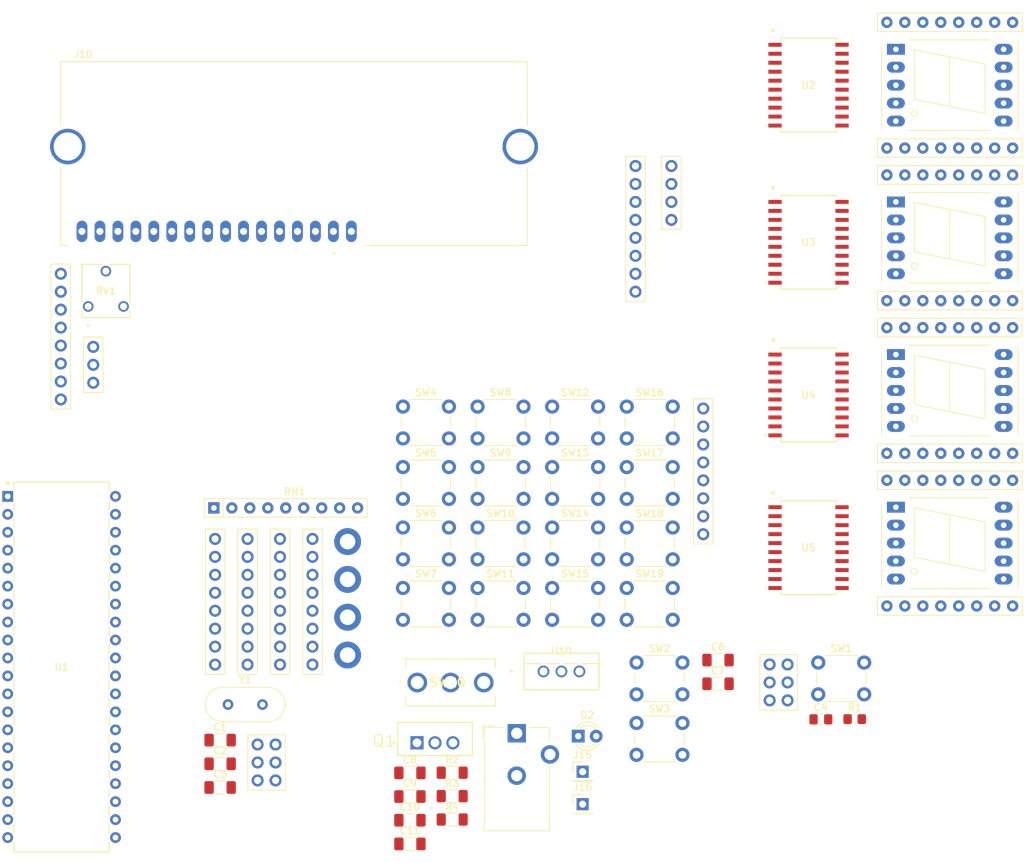
<source format=kicad_pcb>
(kicad_pcb (version 20241229) (generator "pcbnew") (generator_version "9.0")
  (layers (0 "F.Cu" signal) (2 "B.Cu" signal) (13 "F.Paste" user) (15 "B.Paste" user) (5 "F.SilkS" user "F.Silkscreen") (7 "B.SilkS" user "B.Silkscreen") (1 "F.Mask" user) (3 "B.Mask" user) (25 "Edge.Cuts" user))
  (net 0 "")
  (net 1 "GND")
  (net 2 "+5V")
  (net 3 "/XTAL2")
  (net 4 "/XTAL1")
  (net 5 "/RST")
  (net 6 "/P3.2")
  (net 7 "/P3.3")
  (net 8 "Net-(SW20-A)")
  (net 9 "Net-(D2-A)")
  (net 10 "/P1.7")
  (net 11 "/P1.5")
  (net 12 "/P1.4")
  (net 13 "/P1.2")
  (net 14 "/P1.1")
  (net 15 "/P1.3")
  (net 16 "/P1.6")
  (net 17 "/P1.0")
  (net 18 "/MOSI")
  (net 19 "/SCK")
  (net 20 "/MISO")
  (net 21 "/P0.3")
  (net 22 "/P0.7")
  (net 23 "/P0.5")
  (net 24 "/P0.0")
  (net 25 "/P0.2")
  (net 26 "/P0.4")
  (net 27 "/P0.1")
  (net 28 "/P0.6")
  (net 29 "/P2.6")
  (net 30 "/P2.7")
  (net 31 "/P2.1")
  (net 32 "/P2.3")
  (net 33 "/P2.4")
  (net 34 "/P2.0")
  (net 35 "/P2.5")
  (net 36 "/P2.2")
  (net 37 "/P3.5")
  (net 38 "/P3.1")
  (net 39 "/P3.4")
  (net 40 "/P3.0")
  (net 41 "/P3.6")
  (net 42 "/P3.7")
  (net 43 "/KEYPAD_HEX/R3")
  (net 44 "/KEYPAD_HEX/R2")
  (net 45 "/KEYPAD_HEX/C2")
  (net 46 "/KEYPAD_HEX/R4")
  (net 47 "/KEYPAD_HEX/C4")
  (net 48 "/KEYPAD_HEX/C3")
  (net 49 "/KEYPAD_HEX/R1")
  (net 50 "/KEYPAD_HEX/C1")
  (net 51 "/LCD/D2")
  (net 52 "/LCD/D5")
  (net 53 "/LCD/D7")
  (net 54 "/LCD/D6")
  (net 55 "/LCD/D4")
  (net 56 "/LCD/D0")
  (net 57 "/LCD/D1")
  (net 58 "/LCD/D3")
  (net 59 "/LCD/E")
  (net 60 "/LCD/RS")
  (net 61 "/LCD/RW")
  (net 62 "Net-(J10-VO)")
  (net 65 "Net-(J12-Pin_7)")
  (net 66 "Net-(J12-Pin_8)")
  (net 67 "Net-(J12-Pin_4)")
  (net 68 "Net-(J12-Pin_3)")
  (net 69 "Net-(J12-Pin_1)")
  (net 70 "Net-(J12-Pin_2)")
  (net 71 "Net-(J12-Pin_6)")
  (net 72 "Net-(J12-Pin_5)")
  (net 73 "Net-(J13-Pin_3)")
  (net 74 "Net-(J13-Pin_2)")
  (net 75 "Net-(J13-Pin_1)")
  (net 76 "Net-(J13-Pin_4)")
  (net 77 "Net-(Q1-IN)")
  (net 78 "Net-(RN2-R1.2)")
  (net 79 "Net-(RN2-R2.1)")
  (net 80 "Net-(RN2-R4.2)")
  (net 81 "Net-(RN2-R2.2)")
  (net 82 "Net-(RN2-R1.1)")
  (net 83 "Net-(RN2-R3.1)")
  (net 84 "Net-(RN2-R3.2)")
  (net 85 "Net-(RN2-R4.1)")
  (net 86 "Net-(RN3-R3.2)")
  (net 87 "Net-(RN3-R4.1)")
  (net 88 "Net-(RN3-R4.2)")
  (net 89 "Net-(RN3-R1.1)")
  (net 90 "Net-(RN3-R3.1)")
  (net 91 "Net-(RN3-R2.1)")
  (net 92 "Net-(RN3-R1.2)")
  (net 93 "Net-(RN3-R2.2)")
  (net 94 "Net-(RN4-R4.2)")
  (net 95 "Net-(RN4-R1.1)")
  (net 96 "Net-(RN4-R2.2)")
  (net 97 "Net-(RN4-R3.2)")
  (net 98 "Net-(RN4-R3.1)")
  (net 99 "Net-(RN4-R1.2)")
  (net 100 "Net-(RN4-R2.1)")
  (net 101 "Net-(RN4-R4.1)")
  (net 102 "Net-(RN5-R3.2)")
  (net 103 "Net-(RN5-R2.2)")
  (net 104 "Net-(RN5-R4.2)")
  (net 105 "Net-(RN5-R2.1)")
  (net 106 "Net-(RN5-R1.1)")
  (net 107 "Net-(RN5-R4.1)")
  (net 108 "Net-(RN5-R1.2)")
  (net 109 "Net-(RN5-R3.1)")
  (net 110 "Net-(RN6-R4.1)")
  (net 111 "Net-(RN6-R2.2)")
  (net 112 "Net-(RN6-R2.1)")
  (net 113 "Net-(RN6-R3.2)")
  (net 114 "Net-(RN6-R1.1)")
  (net 115 "Net-(RN6-R1.2)")
  (net 116 "Net-(RN6-R4.2)")
  (net 117 "Net-(RN6-R3.1)")
  (net 118 "Net-(RN7-R2.2)")
  (net 119 "Net-(RN7-R4.2)")
  (net 120 "Net-(RN7-R3.2)")
  (net 121 "Net-(RN7-R3.1)")
  (net 122 "Net-(RN7-R1.2)")
  (net 123 "Net-(RN7-R2.1)")
  (net 124 "Net-(RN7-R1.1)")
  (net 125 "Net-(RN7-R4.1)")
  (net 126 "Net-(RN8-R2.1)")
  (net 127 "Net-(RN8-R3.1)")
  (net 128 "Net-(RN8-R1.2)")
  (net 129 "Net-(RN8-R4.1)")
  (net 130 "Net-(RN8-R3.2)")
  (net 131 "Net-(RN8-R2.2)")
  (net 132 "Net-(RN8-R4.2)")
  (net 133 "Net-(RN8-R1.1)")
  (net 134 "Net-(RN9-R4.2)")
  (net 135 "Net-(RN9-R1.2)")
  (net 136 "Net-(RN9-R2.1)")
  (net 137 "Net-(RN9-R3.1)")
  (net 138 "Net-(RN9-R2.2)")
  (net 139 "Net-(RN9-R1.1)")
  (net 140 "Net-(RN9-R3.2)")
  (net 141 "Net-(RN9-R4.1)")
  (net 145 "/PWR/VIN")
  (footprint "MountingHole:MountingHole_2.2mm_M2_DIN965_Pad" (layer "F.Cu") (at 103.54 122.84)
    (property "Reference" "H3" (hide yes))
    (property "Value" "MountingHole")
    (pad "1" thru_hole circle (at 0 0) (size 3.8 3.8) (drill 2.2) (layers "*.Cu" "*.Mask"))
  )
  (footprint "Button_Switch_THT:SW_PUSH_6mm_H7.3mm" (layer "F.Cu") (at 143.02 118.7)
    (property "Reference" "SW19" (at 3.25 -2 0) (layer "F.SilkS"))
    (property "Value" "SW_Push_Dual")
    (pad "1" thru_hole circle (at 0 0 90) (size 2 2) (drill 1.1) (layers "*.Cu" "*.Mask") (net 46 "/KEYPAD_HEX/R4"))
    (pad "1" thru_hole circle (at 6.5 0 90) (size 2 2) (drill 1.1) (layers "*.Cu" "*.Mask") (net 46 "/KEYPAD_HEX/R4"))
    (pad "4" thru_hole circle (at 0 4.5 90) (size 2 2) (drill 1.1) (layers "*.Cu" "*.Mask") (net 47 "/KEYPAD_HEX/C4"))
    (pad "4" thru_hole circle (at 6.5 4.5 90) (size 2 2) (drill 1.1) (layers "*.Cu" "*.Mask") (net 47 "/KEYPAD_HEX/C4"))
  )
  (footprint "Connector_PinHeader_2.54mm:PinHeader_1x01_P2.54mm_Vertical" (layer "F.Cu") (at 136.78 144.69)
    (property "Reference" "J15" (at 0 -2.38 0) (layer "F.SilkS"))
    (property "Value" "Conn_01x01")
    (pad "1" thru_hole rect (at 0 0) (size 1.7 1.7) (drill 1) (layers "*.Cu" "*.Mask") (net 1 "GND"))
  )
  (footprint "Resistor_THT:R_Array_SIP8" (layer "F.Cu") (at 179.816 78.068)
    (property "Reference" "RN5" (hide yes))
    (property "Value" "R_Pack04_SIP")
    (pad "1" thru_hole circle (at 0 0) (size 1.6 1.6) (drill 0.8) (layers "*.Cu" "*.Mask") (net 106 "Net-(RN5-R1.1)"))
    (pad "2" thru_hole circle (at 2.54 0) (size 1.6 1.6) (drill 0.8) (layers "*.Cu" "*.Mask") (net 108 "Net-(RN5-R1.2)"))
    (pad "3" thru_hole circle (at 5.08 0) (size 1.6 1.6) (drill 0.8) (layers "*.Cu" "*.Mask") (net 105 "Net-(RN5-R2.1)"))
    (pad "4" thru_hole circle (at 7.62 0) (size 1.6 1.6) (drill 0.8) (layers "*.Cu" "*.Mask") (net 103 "Net-(RN5-R2.2)"))
    (pad "5" thru_hole circle (at 10.16 0) (size 1.6 1.6) (drill 0.8) (layers "*.Cu" "*.Mask") (net 109 "Net-(RN5-R3.1)"))
    (pad "6" thru_hole circle (at 12.7 0) (size 1.6 1.6) (drill 0.8) (layers "*.Cu" "*.Mask") (net 102 "Net-(RN5-R3.2)"))
    (pad "7" thru_hole circle (at 15.24 0) (size 1.6 1.6) (drill 0.8) (layers "*.Cu" "*.Mask") (net 107 "Net-(RN5-R4.1)"))
    (pad "8" thru_hole circle (at 17.78 0) (size 1.6 1.6) (drill 0.8) (layers "*.Cu" "*.Mask") (net 104 "Net-(RN5-R4.2)"))
  )
  (footprint "Button_Switch_THT:SW_PUSH_6mm_H7.3mm" (layer "F.Cu") (at 111.37 118.7)
    (property "Reference" "SW7" (at 3.25 -2 0) (layer "F.SilkS"))
    (property "Value" "SW_Push_Dual")
    (pad "1" thru_hole circle (at 0 0 90) (size 2 2) (drill 1.1) (layers "*.Cu" "*.Mask") (net 46 "/KEYPAD_HEX/R4"))
    (pad "1" thru_hole circle (at 6.5 0 90) (size 2 2) (drill 1.1) (layers "*.Cu" "*.Mask") (net 46 "/KEYPAD_HEX/R4"))
    (pad "4" thru_hole circle (at 0 4.5 90) (size 2 2) (drill 1.1) (layers "*.Cu" "*.Mask") (net 50 "/KEYPAD_HEX/C1"))
    (pad "4" thru_hole circle (at 6.5 4.5 90) (size 2 2) (drill 1.1) (layers "*.Cu" "*.Mask") (net 50 "/KEYPAD_HEX/C1"))
  )
  (footprint "Button_Switch_THT:SW_PUSH_6mm_H7.3mm" (layer "F.Cu") (at 143.02 101.6)
    (property "Reference" "SW17" (at 3.25 -2 0) (layer "F.SilkS"))
    (property "Value" "SW_Push_Dual")
    (pad "1" thru_hole circle (at 0 0 90) (size 2 2) (drill 1.1) (layers "*.Cu" "*.Mask") (net 44 "/KEYPAD_HEX/R2"))
    (pad "1" thru_hole circle (at 6.5 0 90) (size 2 2) (drill 1.1) (layers "*.Cu" "*.Mask") (net 44 "/KEYPAD_HEX/R2"))
    (pad "4" thru_hole circle (at 0 4.5 90) (size 2 2) (drill 1.1) (layers "*.Cu" "*.Mask") (net 47 "/KEYPAD_HEX/C4"))
    (pad "4" thru_hole circle (at 6.5 4.5 90) (size 2 2) (drill 1.1) (layers "*.Cu" "*.Mask") (net 47 "/KEYPAD_HEX/C4"))
  )
  (footprint "Display_7Segment:7SegmentLED_LTS6760_LTS6780" (layer "F.Cu") (at 181.086 64.098)
    (property "Reference" "U7" (hide yes))
    (property "Value" "SC39-12EWA")
    (pad "1" thru_hole rect (at 0 0 270) (size 1.524 2.524) (drill 0.8) (layers "*.Cu" "*.Mask") (net 2 "+5V"))
    (pad "2" thru_hole oval (at 0 2.54 270) (size 1.524 2.524) (drill 0.8) (layers "*.Cu" "*.Mask") (net 103 "Net-(RN5-R2.2)"))
    (pad "3" thru_hole oval (at 0 5.08 270) (size 1.524 2.524) (drill 0.8) (layers "*.Cu" "*.Mask") (net 102 "Net-(RN5-R3.2)"))
    (pad "4" thru_hole oval (at 0 7.62 270) (size 1.524 2.524) (drill 0.8) (layers "*.Cu" "*.Mask") (net 108 "Net-(RN5-R1.2)"))
    (pad "5" thru_hole oval (at 0 10.16 270) (size 1.524 2.524) (drill 0.8) (layers "*.Cu" "*.Mask") (net 94 "Net-(RN4-R4.2)"))
    (pad "6" thru_hole oval (at 15.24 10.16 270) (size 1.524 2.524) (drill 0.8) (layers "*.Cu" "*.Mask") (net 2 "+5V"))
    (pad "7" thru_hole oval (at 15.24 7.62 270) (size 1.524 2.524) (drill 0.8) (layers "*.Cu" "*.Mask") (net 104 "Net-(RN5-R4.2)"))
    (pad "8" thru_hole oval (at 15.24 5.08 270) (size 1.524 2.524) (drill 0.8) (layers "*.Cu" "*.Mask") (net 97 "Net-(RN4-R3.2)"))
    (pad "9" thru_hole oval (at 15.24 2.54 270) (size 1.524 2.524) (drill 0.8) (layers "*.Cu" "*.Mask") (net 96 "Net-(RN4-R2.2)"))
    (pad "10" thru_hole oval (at 15.24 0 270) (size 1.524 2.524) (drill 0.8) (layers "*.Cu" "*.Mask") (net 99 "Net-(RN4-R1.2)"))
  )
  (footprint "Button_Switch_THT:SW_PUSH_6mm_H7.3mm" (layer "F.Cu") (at 132.47 93.05)
    (property "Reference" "SW12" (at 3.25 -2 0) (layer "F.SilkS"))
    (property "Value" "SW_Push_Dual")
    (pad "1" thru_hole circle (at 0 0 90) (size 2 2) (drill 1.1) (layers "*.Cu" "*.Mask") (net 49 "/KEYPAD_HEX/R1"))
    (pad "1" thru_hole circle (at 6.5 0 90) (size 2 2) (drill 1.1) (layers "*.Cu" "*.Mask") (net 49 "/KEYPAD_HEX/R1"))
    (pad "4" thru_hole circle (at 0 4.5 90) (size 2 2) (drill 1.1) (layers "*.Cu" "*.Mask") (net 48 "/KEYPAD_HEX/C3"))
    (pad "4" thru_hole circle (at 6.5 4.5 90) (size 2 2) (drill 1.1) (layers "*.Cu" "*.Mask") (net 48 "/KEYPAD_HEX/C3"))
  )
  (footprint "imports:LCD_LCM-S01602DTR_M" (layer "F.Cu") (at 95.966 57.268)
    (property "Reference" "J10" (at -29.825 -14.035 0) (layer "F.SilkS"))
    (property "Value" "LCM-S01602DTR_M")
    (pad "1" thru_hole oval (at 3.02 11) (size 1.508 3.016) (drill 1) (layers "*.Cu" "*.Mask") (net 1 "GND"))
    (pad "2" thru_hole oval (at 0.48 11) (size 1.508 3.016) (drill 1) (layers "*.Cu" "*.Mask") (net 2 "+5V"))
    (pad "3" thru_hole oval (at -2.06 11) (size 1.508 3.016) (drill 1) (layers "*.Cu" "*.Mask") (net 62 "Net-(J10-VO)"))
    (pad "4" thru_hole oval (at -4.6 11) (size 1.508 3.016) (drill 1) (layers "*.Cu" "*.Mask") (net 60 "/LCD/RS"))
    (pad "5" thru_hole oval (at -7.14 11) (size 1.508 3.016) (drill 1) (layers "*.Cu" "*.Mask") (net 61 "/LCD/RW"))
    (pad "6" thru_hole oval (at -9.68 11) (size 1.508 3.016) (drill 1) (layers "*.Cu" "*.Mask") (net 59 "/LCD/E"))
    (pad "7" thru_hole oval (at -12.22 11) (size 1.508 3.016) (drill 1) (layers "*.Cu" "*.Mask") (net 56 "/LCD/D0"))
    (pad "8" thru_hole oval (at -14.76 11) (size 1.508 3.016) (drill 1) (layers "*.Cu" "*.Mask") (net 57 "/LCD/D1"))
    (pad "9" thru_hole oval (at -17.3 11) (size 1.508 3.016) (drill 1) (layers "*.Cu" "*.Mask") (net 51 "/LCD/D2"))
    (pad "10" thru_hole oval (at -19.84 11) (size 1.508 3.016) (drill 1) (layers "*.Cu" "*.Mask") (net 58 "/LCD/D3"))
    (pad "11" thru_hole oval (at -22.38 11) (size 1.508 3.016) (drill 1) (layers "*.Cu" "*.Mask") (net 55 "/LCD/D4"))
    (pad "12" thru_hole oval (at -24.92 11) (size 1.508 3.016) (drill 1) (layers "*.Cu" "*.Mask") (net 52 "/LCD/D5"))
    (pad "13" thru_hole oval (at -27.46 11) (size 1.508 3.016) (drill 1) (layers "*.Cu" "*.Mask") (net 54 "/LCD/D6"))
    (pad "14" thru_hole oval (at -30 11) (size 1.508 3.016) (drill 1) (layers "*.Cu" "*.Mask") (net 53 "/LCD/D7"))
    (pad "15" thru_hole oval (at 8.1 11) (size 1.508 3.016) (drill 1) (layers "*.Cu" "*.Mask"))
    (pad "16" thru_hole oval (at 5.56 11) (size 1.508 3.016) (drill 1) (layers "*.Cu" "*.Mask"))
    (pad "S1" thru_hole circle (at 32 -1) (size 5.016 5.016) (drill 4) (layers "*.Cu" "*.Mask"))
    (pad "S2" thru_hole circle (at -32 -1) (size 5.016 5.016) (drill 4) (layers "*.Cu" "*.Mask"))
  )
  (footprint "Crystal:Crystal_HC49-4H_Vertical" (layer "F.Cu") (at 86.62 135.19)
    (property "Reference" "Y1" (at 2.44 -3.52 0) (layer "F.SilkS"))
    (property "Value" "ABL-11.0592MHZ-B1U-T")
    (pad "1" thru_hole circle (at 0 0) (size 1.5 1.5) (drill 0.8) (layers "*.Cu" "*.Mask") (net 3 "/XTAL2"))
    (pad "2" thru_hole circle (at 4.88 0) (size 1.5 1.5) (drill 0.8) (layers "*.Cu" "*.Mask") (net 4 "/XTAL1"))
  )
  (footprint "Connector_PinHeader_2.54mm:PinHeader_1x04_P2.54mm_Vertical" (layer "F.Cu") (at 149.336 59.018)
    (property "Reference" "J13" (hide yes))
    (property "Value" "Conn_01x04")
    (pad "1" thru_hole circle (at 0 0) (size 1.7 1.7) (drill 1) (layers "*.Cu" "*.Mask") (net 75 "Net-(J13-Pin_1)"))
    (pad "2" thru_hole circle (at 0 2.54) (size 1.7 1.7) (drill 1) (layers "*.Cu" "*.Mask") (net 74 "Net-(J13-Pin_2)"))
    (pad "3" thru_hole circle (at 0 5.08) (size 1.7 1.7) (drill 1) (layers "*.Cu" "*.Mask") (net 73 "Net-(J13-Pin_3)"))
    (pad "4" thru_hole circle (at 0 7.62) (size 1.7 1.7) (drill 1) (layers "*.Cu" "*.Mask") (net 76 "Net-(J13-Pin_4)"))
  )
  (footprint "imports:SOIC20_12P7X5P4_ONS" (layer "F.Cu") (at 168.7289 112.993)
    (property "Reference" "U5" (at 0 0 0) (layer "F.SilkS"))
    (property "Value" "74F573SC")
    (fp_text user "*" (at -4.9911 -7.4168 0) (layer "F.SilkS"))
    (fp_text user "*" (at -4.9911 -7.4168 0) (layer "F.SilkS"))
    (pad "1" smd rect (at -4.7371 -5.715) (size 1.8796 0.5588) (layers "F.Cu" "F.Mask" "F.Paste") (net 1 "GND"))
    (pad "2" smd rect (at -4.7371 -4.445) (size 1.8796 0.5588) (layers "F.Cu" "F.Mask" "F.Paste") (net 69 "Net-(J12-Pin_1)"))
    (pad "3" smd rect (at -4.7371 -3.175) (size 1.8796 0.5588) (layers "F.Cu" "F.Mask" "F.Paste") (net 70 "Net-(J12-Pin_2)"))
    (pad "4" smd rect (at -4.7371 -1.905) (size 1.8796 0.5588) (layers "F.Cu" "F.Mask" "F.Paste") (net 68 "Net-(J12-Pin_3)"))
    (pad "5" smd rect (at -4.7371 -0.635) (size 1.8796 0.5588) (layers "F.Cu" "F.Mask" "F.Paste") (net 67 "Net-(J12-Pin_4)"))
    (pad "6" smd rect (at -4.7371 0.635) (size 1.8796 0.5588) (layers "F.Cu" "F.Mask" "F.Paste") (net 72 "Net-(J12-Pin_5)"))
    (pad "7" smd rect (at -4.7371 1.905) (size 1.8796 0.5588) (layers "F.Cu" "F.Mask" "F.Paste") (net 71 "Net-(J12-Pin_6)"))
    (pad "8" smd rect (at -4.7371 3.175) (size 1.8796 0.5588) (layers "F.Cu" "F.Mask" "F.Paste") (net 65 "Net-(J12-Pin_7)"))
    (pad "9" smd rect (at -4.7371 4.445) (size 1.8796 0.5588) (layers "F.Cu" "F.Mask" "F.Paste") (net 66 "Net-(J12-Pin_8)"))
    (pad "10" smd rect (at -4.7371 5.715) (size 1.8796 0.5588) (layers "F.Cu" "F.Mask" "F.Paste") (net 1 "GND"))
    (pad "11" smd rect (at 4.7371 5.715) (size 1.8796 0.5588) (layers "F.Cu" "F.Mask" "F.Paste") (net 76 "Net-(J13-Pin_4)"))
    (pad "12" smd rect (at 4.7371 4.445) (size 1.8796 0.5588) (layers "F.Cu" "F.Mask" "F.Paste") (net 141 "Net-(RN9-R4.1)"))
    (pad "13" smd rect (at 4.7371 3.175) (size 1.8796 0.5588) (layers "F.Cu" "F.Mask" "F.Paste") (net 137 "Net-(RN9-R3.1)"))
    (pad "14" smd rect (at 4.7371 1.905) (size 1.8796 0.5588) (layers "F.Cu" "F.Mask" "F.Paste") (net 136 "Net-(RN9-R2.1)"))
    (pad "15" smd rect (at 4.7371 0.635) (size 1.8796 0.5588) (layers "F.Cu" "F.Mask" "F.Paste") (net 139 "Net-(RN9-R1.1)"))
    (pad "16" smd rect (at 4.7371 -0.635) (size 1.8796 0.5588) (layers "F.Cu" "F.Mask" "F.Paste") (net 129 "Net-(RN8-R4.1)"))
    (pad "17" smd rect (at 4.7371 -1.905) (size 1.8796 0.5588) (layers "F.Cu" "F.Mask" "F.Paste") (net 127 "Net-(RN8-R3.1)"))
    (pad "18" smd rect (at 4.7371 -3.175) (size 1.8796 0.5588) (layers "F.Cu" "F.Mask" "F.Paste") (net 126 "Net-(RN8-R2.1)"))
    (pad "19" smd rect (at 4.7371 -4.445) (size 1.8796 0.5588) (layers "F.Cu" "F.Mask" "F.Paste") (net 133 "Net-(RN8-R1.1)"))
    (pad "20" smd rect (at 4.7371 -5.715) (size 1.8796 0.5588) (layers "F.Cu" "F.Mask" "F.Paste") (net 2 "+5V"))
  )
  (footprint "Button_Switch_THT:SW_PUSH_6mm_H7.3mm" (layer "F.Cu") (at 121.92 118.7)
    (property "Reference" "SW11" (at 3.25 -2 0) (layer "F.SilkS"))
    (property "Value" "SW_Push_Dual")
    (pad "1" thru_hole circle (at 0 0 90) (size 2 2) (drill 1.1) (layers "*.Cu" "*.Mask") (net 46 "/KEYPAD_HEX/R4"))
    (pad "1" thru_hole circle (at 6.5 0 90) (size 2 2) (drill 1.1) (layers "*.Cu" "*.Mask") (net 46 "/KEYPAD_HEX/R4"))
    (pad "4" thru_hole circle (at 0 4.5 90) (size 2 2) (drill 1.1) (layers "*.Cu" "*.Mask") (net 45 "/KEYPAD_HEX/C2"))
    (pad "4" thru_hole circle (at 6.5 4.5 90) (size 2 2) (drill 1.1) (layers "*.Cu" "*.Mask") (net 45 "/KEYPAD_HEX/C2"))
  )
  (footprint "MountingHole:MountingHole_2.2mm_M2_DIN965_Pad" (layer "F.Cu") (at 103.54 128.19)
    (property "Reference" "H4" (hide yes))
    (property "Value" "MountingHole")
    (pad "1" thru_hole circle (at 0 0) (size 3.8 3.8) (drill 2.2) (layers "*.Cu" "*.Mask"))
  )
  (footprint "Button_Switch_THT:SW_PUSH_6mm_H7.3mm" (layer "F.Cu") (at 121.92 93.05)
    (property "Reference" "SW8" (at 3.25 -2 0) (layer "F.SilkS"))
    (property "Value" "SW_Push_Dual")
    (pad "1" thru_hole circle (at 0 0 90) (size 2 2) (drill 1.1) (layers "*.Cu" "*.Mask") (net 49 "/KEYPAD_HEX/R1"))
    (pad "1" thru_hole circle (at 6.5 0 90) (size 2 2) (drill 1.1) (layers "*.Cu" "*.Mask") (net 49 "/KEYPAD_HEX/R1"))
    (pad "4" thru_hole circle (at 0 4.5 90) (size 2 2) (drill 1.1) (layers "*.Cu" "*.Mask") (net 45 "/KEYPAD_HEX/C2"))
    (pad "4" thru_hole circle (at 6.5 4.5 90) (size 2 2) (drill 1.1) (layers "*.Cu" "*.Mask") (net 45 "/KEYPAD_HEX/C2"))
  )
  (footprint "Connector_PinHeader_2.54mm:PinHeader_1x08_P2.54mm_Vertical" (layer "F.Cu") (at 93.98 111.76)
    (property "Reference" "J4" (hide yes))
    (property "Value" "Conn_01x08")
    (pad "1" thru_hole circle (at 0 0) (size 1.7 1.7) (drill 1) (layers "*.Cu" "*.Mask") (net 34 "/P2.0"))
    (pad "2" thru_hole circle (at 0 2.54) (size 1.7 1.7) (drill 1) (layers "*.Cu" "*.Mask") (net 31 "/P2.1"))
    (pad "3" thru_hole circle (at 0 5.08) (size 1.7 1.7) (drill 1) (layers "*.Cu" "*.Mask") (net 36 "/P2.2"))
    (pad "4" thru_hole circle (at 0 7.62) (size 1.7 1.7) (drill 1) (layers "*.Cu" "*.Mask") (net 32 "/P2.3"))
    (pad "5" thru_hole circle (at 0 10.16) (size 1.7 1.7) (drill 1) (layers "*.Cu" "*.Mask") (net 33 "/P2.4"))
    (pad "6" thru_hole circle (at 0 12.7) (size 1.7 1.7) (drill 1) (layers "*.Cu" "*.Mask") (net 35 "/P2.5"))
    (pad "7" thru_hole circle (at 0 15.24) (size 1.7 1.7) (drill 1) (layers "*.Cu" "*.Mask") (net 29 "/P2.6"))
    (pad "8" thru_hole circle (at 0 17.78) (size 1.7 1.7) (drill 1) (layers "*.Cu" "*.Mask") (net 30 "/P2.7"))
  )
  (footprint "Display_7Segment:7SegmentLED_LTS6760_LTS6780" (layer "F.Cu") (at 181.086 85.688)
    (property "Reference" "U8" (hide yes))
    (property "Value" "SC39-12EWA")
    (pad "1" thru_hole rect (at 0 0 270) (size 1.524 2.524) (drill 0.8) (layers "*.Cu" "*.Mask") (net 2 "+5V"))
    (pad "2" thru_hole oval (at 0 2.54 270) (size 1.524 2.524) (drill 0.8) (layers "*.Cu" "*.Mask") (net 118 "Net-(RN7-R2.2)"))
    (pad "3" thru_hole oval (at 0 5.08 270) (size 1.524 2.524) (drill 0.8) (layers "*.Cu" "*.Mask") (net 120 "Net-(RN7-R3.2)"))
    (pad "4" thru_hole oval (at 0 7.62 270) (size 1.524 2.524) (drill 0.8) (layers "*.Cu" "*.Mask") (net 122 "Net-(RN7-R1.2)"))
    (pad "5" thru_hole oval (at 0 10.16 270) (size 1.524 2.524) (drill 0.8) (layers "*.Cu" "*.Mask") (net 116 "Net-(RN6-R4.2)"))
    (pad "6" thru_hole oval (at 15.24 10.16 270) (size 1.524 2.524) (drill 0.8) (layers "*.Cu" "*.Mask") (net 2 "+5V"))
    (pad "7" thru_hole oval (at 15.24 7.62 270) (size 1.524 2.524) (drill 0.8) (layers "*.Cu" "*.Mask") (net 119 "Net-(RN7-R4.2)"))
    (pad "8" thru_hole oval (at 15.24 5.08 270) (size 1.524 2.524) (drill 0.8) (layers "*.Cu" "*.Mask") (net 113 "Net-(RN6-R3.2)"))
    (pad "9" thru_hole oval (at 15.24 2.54 270) (size 1.524 2.524) (drill 0.8) (layers "*.Cu" "*.Mask") (net 111 "Net-(RN6-R2.2)"))
    (pad "10" thru_hole oval (at 15.24 0 270) (size 1.524 2.524) (drill 0.8) (layers "*.Cu" "*.Mask") (net 115 "Net-(RN6-R1.2)"))
  )
  (footprint "Button_Switch_THT:SW_PUSH_6mm_H7.3mm" (layer "F.Cu") (at 143.02 110.15)
    (property "Reference" "SW18" (at 3.25 -2 0) (layer "F.SilkS"))
    (property "Value" "SW_Push_Dual")
    (pad "1" thru_hole circle (at 0 0 90) (size 2 2) (drill 1.1) (layers "*.Cu" "*.Mask") (net 43 "/KEYPAD_HEX/R3"))
    (pad "1" thru_hole circle (at 6.5 0 90) (size 2 2) (drill 1.1) (layers "*.Cu" "*.Mask") (net 43 "/KEYPAD_HEX/R3"))
    (pad "4" thru_hole circle (at 0 4.5 90) (size 2 2) (drill 1.1) (layers "*.Cu" "*.Mask") (net 47 "/KEYPAD_HEX/C4"))
    (pad "4" thru_hole circle (at 6.5 4.5 90) (size 2 2) (drill 1.1) (layers "*.Cu" "*.Mask") (net 47 "/KEYPAD_HEX/C4"))
  )
  (footprint "Display_7Segment:7SegmentLED_LTS6760_LTS6780" (layer "F.Cu") (at 181.086 107.278)
    (property "Reference" "U9" (hide yes))
    (property "Value" "SC39-12EWA")
    (pad "1" thru_hole rect (at 0 0 270) (size 1.524 2.524) (drill 0.8) (layers "*.Cu" "*.Mask") (net 2 "+5V"))
    (pad "2" thru_hole oval (at 0 2.54 270) (size 1.524 2.524) (drill 0.8) (layers "*.Cu" "*.Mask") (net 138 "Net-(RN9-R2.2)"))
    (pad "3" thru_hole oval (at 0 5.08 270) (size 1.524 2.524) (drill 0.8) (layers "*.Cu" "*.Mask") (net 140 "Net-(RN9-R3.2)"))
    (pad "4" thru_hole oval (at 0 7.62 270) (size 1.524 2.524) (drill 0.8) (layers "*.Cu" "*.Mask") (net 135 "Net-(RN9-R1.2)"))
    (pad "5" thru_hole oval (at 0 10.16 270) (size 1.524 2.524) (drill 0.8) (layers "*.Cu" "*.Mask") (net 132 "Net-(RN8-R4.2)"))
    (pad "6" thru_hole oval (at 15.24 10.16 270) (size 1.524 2.524) (drill 0.8) (layers "*.Cu" "*.Mask") (net 2 "+5V"))
    (pad "7" thru_hole oval (at 15.24 7.62 270) (size 1.524 2.524) (drill 0.8) (layers "*.Cu" "*.Mask") (net 134 "Net-(RN9-R4.2)"))
    (pad "8" thru_hole oval (at 15.24 5.08 270) (size 1.524 2.524) (drill 0.8) (layers "*.Cu" "*.Mask") (net 130 "Net-(RN8-R3.2)"))
    (pad "9" thru_hole oval (at 15.24 2.54 270) (size 1.524 2.524) (drill 0.8) (layers "*.Cu" "*.Mask") (net 131 "Net-(RN8-R2.2)"))
    (pad "10" thru_hole oval (at 15.24 0 270) (size 1.524 2.524) (drill 0.8) (layers "*.Cu" "*.Mask") (net 128 "Net-(RN8-R1.2)"))
  )
  (footprint "Connector_PinHeader_2.54mm:PinHeader_1x08_P2.54mm_Vertical" (layer "F.Cu") (at 153.84 93.32)
    (property "Reference" "J8" (hide yes))
    (property "Value" "Conn_01x08")
    (pad "1" thru_hole circle (at 0 0) (size 1.7 1.7) (drill 1) (layers "*.Cu" "*.Mask") (net 50 "/KEYPAD_HEX/C1"))
    (pad "2" thru_hole circle (at 0 2.54) (size 1.7 1.7) (drill 1) (layers "*.Cu" "*.Mask") (net 45 "/KEYPAD_HEX/C2"))
    (pad "3" thru_hole circle (at 0 5.08) (size 1.7 1.7) (drill 1) (layers "*.Cu" "*.Mask") (net 48 "/KEYPAD_HEX/C3"))
    (pad "4" thru_hole circle (at 0 7.62) (size 1.7 1.7) (drill 1) (layers "*.Cu" "*.Mask") (net 47 "/KEYPAD_HEX/C4"))
    (pad "5" thru_hole circle (at 0 10.16) (size 1.7 1.7) (drill 1) (layers "*.Cu" "*.Mask") (net 49 "/KEYPAD_HEX/R1"))
    (pad "6" thru_hole circle (at 0 12.7) (size 1.7 1.7) (drill 1) (layers "*.Cu" "*.Mask") (net 44 "/KEYPAD_HEX/R2"))
    (pad "7" thru_hole circle (at 0 15.24) (size 1.7 1.7) (drill 1) (layers "*.Cu" "*.Mask") (net 43 "/KEYPAD_HEX/R3"))
    (pad "8" thru_hole circle (at 0 17.78) (size 1.7 1.7) (drill 1) (layers "*.Cu" "*.Mask") (net 46 "/KEYPAD_HEX/R4"))
  )
  (footprint "LED_THT:LED_D3.0mm" (layer "F.Cu") (at 136.16 139.66)
    (property "Reference" "D2" (at 1.27 -2.96 0) (layer "F.SilkS"))
    (property "Value" "LED")
    (pad "1" thru_hole rect (at 0 0) (size 1.8 1.8) (drill 0.9) (layers "*.Cu" "*.Mask") (net 1 "GND"))
    (pad "2" thru_hole circle (at 2.54 0) (size 1.8 1.8) (drill 0.9) (layers "*.Cu" "*.Mask") (net 9 "Net-(D2-A)"))
  )
  (footprint "Resistor_THT:R_Array_SIP8" (layer "F.Cu") (at 197.596 60.288 180)
    (property "Reference" "RN4" (hide yes))
    (property "Value" "R_Pack04_SIP")
    (pad "1" thru_hole circle (at 0 0 180) (size 1.6 1.6) (drill 0.8) (layers "*.Cu" "*.Mask") (net 95 "Net-(RN4-R1.1)"))
    (pad "2" thru_hole circle (at 2.54 0 180) (size 1.6 1.6) (drill 0.8) (layers "*.Cu" "*.Mask") (net 99 "Net-(RN4-R1.2)"))
    (pad "3" thru_hole circle (at 5.08 0 180) (size 1.6 1.6) (drill 0.8) (layers "*.Cu" "*.Mask") (net 100 "Net-(RN4-R2.1)"))
    (pad "4" thru_hole circle (at 7.62 0 180) (size 1.6 1.6) (drill 0.8) (layers "*.Cu" "*.Mask") (net 96 "Net-(RN4-R2.2)"))
    (pad "5" thru_hole circle (at 10.16 0 180) (size 1.6 1.6) (drill 0.8) (layers "*.Cu" "*.Mask") (net 98 "Net-(RN4-R3.1)"))
    (pad "6" thru_hole circle (at 12.7 0 180) (size 1.6 1.6) (drill 0.8) (layers "*.Cu" "*.Mask") (net 97 "Net-(RN4-R3.2)"))
    (pad "7" thru_hole circle (at 15.24 0 180) (size 1.6 1.6) (drill 0.8) (layers "*.Cu" "*.Mask") (net 101 "Net-(RN4-R4.1)"))
    (pad "8" thru_hole circle (at 17.78 0 180) (size 1.6 1.6) (drill 0.8) (layers "*.Cu" "*.Mask") (net 94 "Net-(RN4-R4.2)"))
  )
  (footprint "Button_Switch_THT:SW_PUSH_6mm_H7.3mm" (layer "F.Cu") (at 132.47 110.15)
    (property "Reference" "SW14" (at 3.25 -2 0) (layer "F.SilkS"))
    (property "Value" "SW_Push_Dual")
    (pad "1" thru_hole circle (at 0 0 90) (size 2 2) (drill 1.1) (layers "*.Cu" "*.Mask") (net 43 "/KEYPAD_HEX/R3"))
    (pad "1" thru_hole circle (at 6.5 0 90) (size 2 2) (drill 1.1) (layers "*.Cu" "*.Mask") (net 43 "/KEYPAD_HEX/R3"))
    (pad "4" thru_hole circle (at 0 4.5 90) (size 2 2) (drill 1.1) (layers "*.Cu" "*.Mask") (net 48 "/KEYPAD_HEX/C3"))
    (pad "4" thru_hole circle (at 6.5 4.5 90) (size 2 2) (drill 1.1) (layers "*.Cu" "*.Mask") (net 48 "/KEYPAD_HEX/C3"))
  )
  (footprint "Button_Switch_THT:SW_PUSH_6mm_H7.3mm" (layer "F.Cu") (at 143.02 93.05)
    (property "Reference" "SW16" (at 3.25 -2 0) (layer "F.SilkS"))
    (property "Value" "SW_Push_Dual")
    (pad "1" thru_hole circle (at 0 0 90) (size 2 2) (drill 1.1) (layers "*.Cu" "*.Mask") (net 49 "/KEYPAD_HEX/R1"))
    (pad "1" thru_hole circle (at 6.5 0 90) (size 2 2) (drill 1.1) (layers "*.Cu" "*.Mask") (net 49 "/KEYPAD_HEX/R1"))
    (pad "4" thru_hole circle (at 0 4.5 90) (size 2 2) (drill 1.1) (layers "*.Cu" "*.Mask") (net 47 "/KEYPAD_HEX/C4"))
    (pad "4" thru_hole circle (at 6.5 4.5 90) (size 2 2) (drill 1.1) (layers "*.Cu" "*.Mask") (net 47 "/KEYPAD_HEX/C4"))
  )
  (footprint "Capacitor_SMD:C_1206_3216Metric_Pad1.33x1.80mm_HandSolder" (layer "F.Cu") (at 155.93 132.25)
    (property "Reference" "C7" (at 0 -1.85 0) (layer "F.SilkS"))
    (property "Value" "1uF")
    (pad "1" smd roundrect (at -1.5625 0) (size 1.325 1.8) (layers "F.Cu" "F.Mask" "F.Paste") (roundrect_rratio 0.188679) (net 1 "GND"))
    (pad "2" smd roundrect (at 1.5625 0) (size 1.325 1.8) (layers "F.Cu" "F.Mask" "F.Paste") (roundrect_rratio 0.188679) (net 7 "/P3.3"))
  )
  (footprint "Button_Switch_THT:SW_PUSH_6mm_H7.3mm" (layer "F.Cu") (at 111.37 101.6)
    (property "Reference" "SW5" (at 3.25 -2 0) (layer "F.SilkS"))
    (property "Value" "SW_Push_Dual")
    (pad "1" thru_hole circle (at 0 0 90) (size 2 2) (drill 1.1) (layers "*.Cu" "*.Mask") (net 44 "/KEYPAD_HEX/R2"))
    (pad "1" thru_hole circle (at 6.5 0 90) (size 2 2) (drill 1.1) (layers "*.Cu" "*.Mask") (net 44 "/KEYPAD_HEX/R2"))
    (pad "4" thru_hole circle (at 0 4.5 90) (size 2 2) (drill 1.1) (layers "*.Cu" "*.Mask") (net 50 "/KEYPAD_HEX/C1"))
    (pad "4" thru_hole circle (at 6.5 4.5 90) (size 2 2) (drill 1.1) (layers "*.Cu" "*.Mask") (net 50 "/KEYPAD_HEX/C1"))
  )
  (footprint "Resistor_SMD:R_1206_3216Metric_Pad1.30x1.75mm_HandSolder" (layer "F.Cu") (at 118.33 148.14)
    (property "Reference" "R3" (at 0 -1.83 0) (layer "F.SilkS"))
    (property "Value" "2")
    (pad "1" smd roundrect (at -1.55 0) (size 1.3 1.75) (layers "F.Cu" "F.Mask" "F.Paste") (roundrect_rratio 0.192308) (net 8 "Net-(SW20-A)"))
    (pad "2" smd roundrect (at 1.55 0) (size 1.3 1.75) (layers "F.Cu" "F.Mask" "F.Paste") (roundrect_rratio 0.192308) (net 77 "Net-(Q1-IN)"))
  )
  (footprint "Connector_PinHeader_2.54mm:PinHeader_1x08_P2.54mm_Vertical" (layer "F.Cu") (at 144.256 59.018)
    (property "Reference" "J12" (hide yes))
    (property "Value" "Conn_01x08")
    (pad "1" thru_hole circle (at 0 0) (size 1.7 1.7) (drill 1) (layers "*.Cu" "*.Mask") (net 69 "Net-(J12-Pin_1)"))
    (pad "2" thru_hole circle (at 0 2.54) (size 1.7 1.7) (drill 1) (layers "*.Cu" "*.Mask") (net 70 "Net-(J12-Pin_2)"))
    (pad "3" thru_hole circle (at 0 5.08) (size 1.7 1.7) (drill 1) (layers "*.Cu" "*.Mask") (net 68 "Net-(J12-Pin_3)"))
    (pad "4" thru_hole circle (at 0 7.62) (size 1.7 1.7) (drill 1) (layers "*.Cu" "*.Mask") (net 67 "Net-(J12-Pin_4)"))
    (pad "5" thru_hole circle (at 0 10.16) (size 1.7 1.7) (drill 1) (layers "*.Cu" "*.Mask") (net 72 "Net-(J12-Pin_5)"))
    (pad "6" thru_hole circle (at 0 12.7) (size 1.7 1.7) (drill 1) (layers "*.Cu" "*.Mask") (net 71 "Net-(J12-Pin_6)"))
    (pad "7" thru_hole circle (at 0 15.24) (size 1.7 1.7) (drill 1) (layers "*.Cu" "*.Mask") (net 65 "Net-(J12-Pin_7)"))
    (pad "8" thru_hole circle (at 0 17.78) (size 1.7 1.7) (drill 1) (layers "*.Cu" "*.Mask") (net 66 "Net-(J12-Pin_8)"))
  )
  (footprint "Button_Switch_THT:SW_PUSH_6mm_H7.3mm" (layer "F.Cu") (at 170.1 129.25)
    (property "Reference" "SW1" (at 3.25 -2 0) (layer "F.SilkS"))
    (property "Value" "SW_Push_Dual")
    (pad "1" thru_hole circle (at 0 0 90) (size 2 2) (drill 1.1) (layers "*.Cu" "*.Mask") (net 2 "+5V"))
    (pad "1" thru_hole circle (at 6.5 0 90) (size 2 2) (drill 1.1) (layers "*.Cu" "*.Mask") (net 2 "+5V"))
    (pad "2" thru_hole circle (at 0 4.5 90) (size 2 2) (drill 1.1) (layers "*.Cu" "*.Mask") (net 5 "/RST"))
    (pad "2" thru_hole circle (at 6.5 4.5 90) (size 2 2) (drill 1.1) (layers "*.Cu" "*.Mask") (net 5 "/RST"))
  )
  (footprint "Button_Switch_THT:SW_PUSH_6mm_H7.3mm" (layer "F.Cu") (at 111.37 110.15)
    (property "Reference" "SW6" (at 3.25 -2 0) (layer "F.SilkS"))
    (property "Value" "SW_Push_Dual")
    (pad "1" thru_hole circle (at 0 0 90) (size 2 2) (drill 1.1) (layers "*.Cu" "*.Mask") (net 43 "/KEYPAD_HEX/R3"))
    (pad "1" thru_hole circle (at 6.5 0 90) (size 2 2) (drill 1.1) (layers "*.Cu" "*.Mask") (net 43 "/KEYPAD_HEX/R3"))
    (pad "4" thru_hole circle (at 0 4.5 90) (size 2 2) (drill 1.1) (layers "*.Cu" "*.Mask") (net 50 "/KEYPAD_HEX/C1"))
    (pad "4" thru_hole circle (at 6.5 4.5 90) (size 2 2) (drill 1.1) (layers "*.Cu" "*.Mask") (net 50 "/KEYPAD_HEX/C1"))
  )
  (footprint "Capacitor_SMD:C_1206_3216Metric_Pad1.33x1.80mm_HandSolder" (layer "F.Cu") (at 112.35 151.55)
    (property "Reference" "C10" (at 0 -1.85 0) (layer "F.SilkS"))
    (property "Value" "0.1uF")
    (pad "1" smd roundrect (at -1.5625 0) (size 1.325 1.8) (layers "F.Cu" "F.Mask" "F.Paste") (roundrect_rratio 0.188679) (net 8 "Net-(SW20-A)"))
    (pad "2" smd roundrect (at 1.5625 0) (size 1.325 1.8) (layers "F.Cu" "F.Mask" "F.Paste") (roundrect_rratio 0.188679) (net 1 "GND"))
  )
  (footprint "Capacitor_SMD:C_1206_3216Metric_Pad1.33x1.80mm_HandSolder" (layer "F.Cu") (at 85.51 140.22)
    (property "Reference" "C1" (at 0 -1.85 0) (layer "F.SilkS"))
    (property "Value" "0.1uF")
    (pad "1" smd roundrect (at -1.5625 0) (size 1.325 1.8) (layers "F.Cu" "F.Mask" "F.Paste") (roundrect_rratio 0.188679) (net 2 "+5V"))
    (pad "2" smd roundrect (at 1.5625 0) (size 1.325 1.8) (layers "F.Cu" "F.Mask" "F.Paste") (roundrect_rratio 0.188679) (net 1 "GND"))
  )
  (footprint "Resistor_THT:R_Array_SIP8" (layer "F.Cu") (at 197.596 103.468 180)
    (property "Reference" "RN8" (hide yes))
    (property "Value" "R_Pack04_SIP")
    (pad "1" thru_hole circle (at 0 0 180) (size 1.6 1.6) (drill 0.8) (layers "*.Cu" "*.Mask") (net 133 "Net-(RN8-R1.1)"))
    (pad "2" thru_hole circle (at 2.54 0 180) (size 1.6 1.6) (drill 0.8) (layers "*.Cu" "*.Mask") (net 128 "Net-(RN8-R1.2)"))
    (pad "3" thru_hole circle (at 5.08 0 180) (size 1.6 1.6) (drill 0.8) (layers "*.Cu" "*.Mask") (net 126 "Net-(RN8-R2.1)"))
    (pad "4" thru_hole circle (at 7.62 0 180) (size 1.6 1.6) (drill 0.8) (layers "*.Cu" "*.Mask") (net 131 "Net-(RN8-R2.2)"))
    (pad "5" thru_hole circle (at 10.16 0 180) (size 1.6 1.6) (drill 0.8) (layers "*.Cu" "*.Mask") (net 127 "Net-(RN8-R3.1)"))
    (pad "6" thru_hole circle (at 12.7 0 180) (size 1.6 1.6) (drill 0.8) (layers "*.Cu" "*.Mask") (net 130 "Net-(RN8-R3.2)"))
    (pad "7" thru_hole circle (at 15.24 0 180) (size 1.6 1.6) (drill 0.8) (layers "*.Cu" "*.Mask") (net 129 "Net-(RN8-R4.1)"))
    (pad "8" thru_hole circle (at 17.78 0 180) (size 1.6 1.6) (drill 0.8) (layers "*.Cu" "*.Mask") (net 132 "Net-(RN8-R4.2)"))
  )
  (footprint "imports:500SSP1S1M2QEA" (layer "F.Cu") (at 113.395 132.075)
    (property "Reference" "SW20" (at 4.275 0 0) (layer "F.SilkS") (effects (font (size 1.27 1.27) (thickness 0.254))))
    (property "Value" "SW_Nidec_CAS-120A1" (hide yes))
    (pad "1" thru_hole circle (at 0 0) (size 2.775 2.775) (drill 1.85) (layers "*.Cu" "*.Mask"))
    (pad "2" thru_hole circle (at 4.7 0) (size 2.775 2.775) (drill 1.85) (layers "*.Cu" "*.Mask") (net 145 "/PWR/VIN"))
    (pad "3" thru_hole circle (at 9.4 0) (size 2.775 2.775) (drill 1.85) (layers "*.Cu" "*.Mask") (net 8 "Net-(SW20-A)"))
  )
  (footprint "Resistor_THT:R_Array_SIP8" (layer "F.Cu") (at 179.816 56.478)
    (property "Reference" "RN3" (hide yes))
    (property "Value" "R_Pack04_SIP")
    (pad "1" thru_hole circle (at 0 0) (size 1.6 1.6) (drill 0.8) (layers "*.Cu" "*.Mask") (net 89 "Net-(RN3-R1.1)"))
    (pad "2" thru_hole circle (at 2.54 0) (size 1.6 1.6) (drill 0.8) (layers "*.Cu" "*.Mask") (net 92 "Net-(RN3-R1.2)"))
    (pad "3" thru_hole circle (at 5.08 0) (size 1.6 1.6) (drill 0.8) (layers "*.Cu" "*.Mask") (net 91 "Net-(RN3-R2.1)"))
    (pad "4" thru_hole circle (at 7.62 0) (size 1.6 1.6) (drill 0.8) (layers "*.Cu" "*.Mask") (net 93 "Net-(RN3-R2.2)"))
    (pad "5" thru_hole circle (at 10.16 0) (size 1.6 1.6) (drill 0.8) (layers "*.Cu" "*.Mask") (net 90 "Net-(RN3-R3.1)"))
    (pad "6" thru_hole circle (at 12.7 0) (size 1.6 1.6) (drill 0.8) (layers "*.Cu" "*.Mask") (net 86 "Net-(RN3-R3.2)"))
    (pad "7" thru_hole circle (at 15.24 0) (size 1.6 1.6) (drill 0.8) (layers "*.Cu" "*.Mask") (net 87 "Net-(RN3-R4.1)"))
    (pad "8" thru_hole circle (at 17.78 0) (size 1.6 1.6) (drill 0.8) (layers "*.Cu" "*.Mask") (net 88 "Net-(RN3-R4.2)"))
  )
  (footprint "MountingHole:MountingHole_2.2mm_M2_DIN965_Pad" (layer "F.Cu") (at 103.54 112.14)
    (property "Reference" "H1" (hide yes))
    (property "Value" "MountingHole")
    (pad "1" thru_hole circle (at 0 0) (size 3.8 3.8) (drill 2.2) (layers "*.Cu" "*.Mask"))
  )
  (footprint "Connector_PinHeader_2.54mm:PinHeader_1x03_P2.54mm_Vertical" (layer "F.Cu") (at 67.566 84.598)
    (property "Reference" "J11" (hide yes))
    (property "Value" "Conn_01x03")
    (pad "1" thru_hole circle (at 0 0) (size 1.7 1.7) (drill 1) (layers "*.Cu" "*.Mask") (net 60 "/LCD/RS"))
    (pad "2" thru_hole circle (at 0 2.54) (size 1.7 1.7) (drill 1) (layers "*.Cu" "*.Mask") (net 61 "/LCD/RW"))
    (pad "3" thru_hole circle (at 0 5.08) (size 1.7 1.7) (drill 1) (layers "*.Cu" "*.Mask") (net 59 "/LCD/E"))
  )
  (footprint "Capacitor_SMD:C_0805_2012Metric_Pad1.18x1.45mm_HandSolder" (layer "F.Cu") (at 170.48 137.28)
    (property "Reference" "C4" (at 0 -1.68 0) (layer "F.SilkS"))
    (property "Value" "10u")
    (pad "1" smd roundrect (at -1.0375 0) (size 1.175 1.45) (layers "F.Cu" "F.Mask" "F.Paste") (roundrect_rratio 0.212766) (net 5 "/RST"))
    (pad "2" smd roundrect (at 1.0375 0) (size 1.175 1.45) (layers "F.Cu" "F.Mask" "F.Paste") (roundrect_rratio 0.212766) (net 1 "GND"))
  )
  (footprint "Button_Switch_THT:SW_PUSH_6mm_H7.3mm" (layer "F.Cu") (at 132.47 118.7)
    (property "Reference" "SW15" (at 3.25 -2 0) (layer "F.SilkS"))
    (property "Value" "SW_Push_Dual")
    (pad "1" thru_hole circle (at 0 0 90) (size 2 2) (drill 1.1) (layers "*.Cu" "*.Mask") (net 46 "/KEYPAD_HEX/R4"))
    (pad "1" thru_hole circle (at 6.5 0 90) (size 2 2) (drill 1.1) (layers "*.Cu" "*.Mask") (net 46 "/KEYPAD_HEX/R4"))
    (pad "4" thru_hole circle (at 0 4.5 90) (size 2 2) (drill 1.1) (layers "*.Cu" "*.Mask") (net 48 "/KEYPAD_HEX/C3"))
    (pad "4" thru_hole circle (at 6.5 4.5 90) (size 2 2) (drill 1.1) (layers "*.Cu" "*.Mask") (net 48 "/KEYPAD_HEX/C3"))
  )
  (footprint "Resistor_THT:R_Array_SIP8" (layer "F.Cu") (at 197.596 81.878 180)
    (property "Reference" "RN6" (hide yes))
    (property "Value" "R_Pack04_SIP")
    (pad "1" thru_hole circle (at 0 0 180) (size 1.6 1.6) (drill 0.8) (layers "*.Cu" "*.Mask") (net 114 "Net-(RN6-R1.1)"))
    (pad "2" thru_hole circle (at 2.54 0 180) (size 1.6 1.6) (drill 0.8) (layers "*.Cu" "*.Mask") (net 115 "Net-(RN6-R1.2)"))
    (pad "3" thru_hole circle (at 5.08 0 180) (size 1.6 1.6) (drill 0.8) (layers "*.Cu" "*.Mask") (net 112 "Net-(RN6-R2.1)"))
    (pad "4" thru_hole circle (at 7.62 0 180) (size 1.6 1.6) (drill 0.8) (layers "*.Cu" "*.Mask") (net 111 "Net-(RN6-R2.2)"))
    (pad "5" thru_hole circle (at 10.16 0 180) (size 1.6 1.6) (drill 0.8) (layers "*.Cu" "*.Mask") (net 117 "Net-(RN6-R3.1)"))
    (pad "6" thru_hole circle (at 12.7 0 180) (size 1.6 1.6) (drill 0.8) (layers "*.Cu" "*.Mask") (net 113 "Net-(RN6-R3.2)"))
    (pad "7" thru_hole circle (at 15.24 0 180) (size 1.6 1.6) (drill 0.8) (layers "*.Cu" "*.Mask") (net 110 "Net-(RN6-R4.1)"))
    (pad "8" thru_hole circle (at 17.78 0 180) (size 1.6 1.6) (drill 0.8) (layers "*.Cu" "*.Mask") (net 116 "Net-(RN6-R4.2)"))
  )
  (footprint "Display_7Segment:7SegmentLED_LTS6760_LTS6780" (layer "F.Cu") (at 181.086 42.508)
    (property "Reference" "U6" (hide yes))
    (property "Value" "SC39-12EWA")
    (pad "1" thru_hole rect (at 0 0 270) (size 1.524 2.524) (drill 0.8) (layers "*.Cu" "*.Mask") (net 2 "+5V"))
    (pad "2" thru_hole oval (at 0 2.54 270) (size 1.524 2.524) (drill 0.8) (layers "*.Cu" "*.Mask") (net 93 "Net-(RN3-R2.2)"))
    (pad "3" thru_hole oval (at 0 5.08 270) (size 1.524 2.524) (drill 0.8) (layers "*.Cu" "*.Mask") (net 86 "Net-(RN3-R3.2)"))
    (pad "4" thru_hole oval (at 0 7.62 270) (size 1.524 2.524) (drill 0.8) (layers "*.Cu" "*.Mask") (net 92 "Net-(RN3-R1.2)"))
    (pad "5" thru_hole oval (at 0 10.16 270) (size 1.524 2.524) (drill 0.8) (layers "*.Cu" "*.Mask") (net 80 "Net-(RN2-R4.2)"))
    (pad "6" thru_hole oval (at 15.24 10.16 270) (size 1.524 2.524) (drill 0.8) (layers "*.Cu" "*.Mask") (net 2 "+5V"))
    (pad "7" thru_hole oval (at 15.24 7.62 270) (size 1.524 2.524) (drill 0.8) (layers "*.Cu" "*.Mask") (net 88 "Net-(RN3-R4.2)"))
    (pad "8" thru_hole oval (at 15.24 5.08 270) (size 1.524 2.524) (drill 0.8) (layers "*.Cu" "*.Mask") (net 84 "Net-(RN2-R3.2)"))
    (pad "9" thru_hole oval (at 15.24 2.54 270) (size 1.524 2.524) (drill 0.8) (layers "*.Cu" "*.Mask") (net 81 "Net-(RN2-R2.2)"))
    (pad "10" thru_hole oval (at 15.24 0 270) (size 1.524 2.524) (drill 0.8) (layers "*.Cu" "*.Mask") (net 78 "Net-(RN2-R1.2)"))
  )
  (footprint "Connector_PinHeader_2.54mm:PinHeader_2x03_P2.54mm_Vertical" (layer "F.Cu") (at 90.81 140.84)
    (property "Reference" "J2" (hide yes))
    (property "Value" "Conn_02x03_Counter_Clockwise")
    (pad "1" thru_hole circle (at 0 0) (size 1.7 1.7) (drill 1) (layers "*.Cu" "*.Mask") (net 10 "/P1.7"))
    (pad "2" thru_hole circle (at 2.54 0) (size 1.7 1.7) (drill 1) (layers "*.Cu" "*.Mask") (net 16 "/P1.6"))
    (pad "3" thru_hole circle (at 0 2.54) (size 1.7 1.7) (drill 1) (layers "*.Cu" "*.Mask") (net 11 "/P1.5"))
    (pad "4" thru_hole circle (at 2.54 2.54) (size 1.7 1.7) (drill 1) (layers "*.Cu" "*.Mask") (net 18 "/MOSI"))
    (pad "5" thru_hole circle (at 0 5.08) (size 1.7 1.7) (drill 1) (layers "*.Cu" "*.Mask") (net 20 "/MISO"))
    (pad "6" thru_hole circle (at 2.54 5.08) (size 1.7 1.7) (drill 1) (layers "*.Cu" "*.Mask") (net 19 "/SCK"))
  )
  (footprint "Connector_PinHeader_2.54mm:PinHeader_2x03_P2.54mm_Vertical" (layer "F.Cu") (at 163.23 129.52)
    (property "Reference" "J6" (hide yes))
    (property "Value" "Conn_02x03_Counter_Clockwise")
    (pad "1" thru_hole circle (at 0 0) (size 1.7 1.7) (drill 1) (layers "*.Cu" "*.Mask") (net 5 "/RST"))
    (pad "2" thru_hole circle (at 2.54 0) (size 1.7 1.7) (drill 1) (layers "*.Cu" "*.Mask") (net 19 "/SCK"))
    (pad "3" thru_hole circle (at 0 2.54) (size 1.7 1.7) (drill 1) (layers "*.Cu" "*.Mask") (net 20 "/MISO"))
    (pad "4" thru_hole circle (at 2.54 2.54) (size 1.7 1.7) (drill 1) (layers "*.Cu" "*.Mask") (net 2 "+5V"))
    (pad "5" thru_hole circle (at 0 5.08) (size 1.7 1.7) (drill 1) (layers "*.Cu" "*.Mask") (net 18 "/MOSI"))
    (pad "6" thru_hole circle (at 2.54 5.08) (size 1.7 1.7) (drill 1) (layers "*.Cu" "*.Mask") (net 1 "GND"))
  )
  (footprint "Connector_PinHeader_2.54mm:PinHeader_1x08_P2.54mm_Vertical" (layer "F.Cu") (at 98.57 111.76)
    (property "Reference" "J5" (hide yes))
    (property "Value" "Conn_01x08")
    (pad "1" thru_hole circle (at 0 0) (size 1.7 1.7) (drill 1) (layers "*.Cu" "*.Mask") (net 40 "/P3.0"))
    (pad "2" thru_hole circle (at 0 2.54) (size 1.7 1.7) (drill 1) (layers "*.Cu" "*.Mask") (net 38 "/P3.1"))
    (pad "3" thru_hole circle (at 0 5.08) (size 1.7 1.7) (drill 1) (layers "*.Cu" "*.Mask") (net 6 "/P3.2"))
    (pad "4" thru_hole circle (at 0 7.62) (size 1.7 1.7) (drill 1) (layers "*.Cu" "*.Mask") (net 7 "/P3.3"))
    (pad "5" thru_hole circle (at 0 10.16) (size 1.7 1.7) (drill 1) (layers "*.Cu" "*.Mask") (net 39 "/P3.4"))
    (pad "6" thru_hole circle (at 0 12.7) (size 1.7 1.7) (drill 1) (layers "*.Cu" "*.Mask") (net 37 "/P3.5"))
    (pad "7" thru_hole circle (at 0 15.24) (size 1.7 1.7) (drill 1) (layers "*.Cu" "*.Mask") (net 41 "/P3.6"))
    (pad "8" thru_hole circle (at 0 17.78) (size 1.7 1.7) (drill 1) (layers "*.Cu" "*.Mask") (net 42 "/P3.7"))
  )
  (footprint "Button_Switch_THT:SW_PUSH_6mm_H7.3mm" (layer "F.Cu") (at 121.92 101.6)
    (property "Reference" "SW9" (at 3.25 -2 0) (layer "F.SilkS"))
    (property "Value" "SW_Push_Dual")
    (pad "1" thru_hole circle (at 0 0 90) (size 2 2) (drill 1.1) (layers "*.Cu" "*.Mask") (net 44 "/KEYPAD_HEX/R2"))
    (pad "1" thru_hole circle (at 6.5 0 90) (size 2 2) (drill 1.1) (layers "*.Cu" "*.Mask") (net 44 "/KEYPAD_HEX/R2"))
    (pad "4" thru_hole circle (at 0 4.5 90) (size 2 2) (drill 1.1) (layers "*.Cu" "*.Mask") (net 45 "/KEYPAD_HEX/C2"))
    (pad "4" thru_hole circle (at 6.5 4.5 90) (size 2 2) (drill 1.1) (layers "*.Cu" "*.Mask") (net 45 "/KEYPAD_HEX/C2"))
  )
  (footprint "imports:601030_AVX" (layer "F.Cu") (at 66.8512 78.887)
    (property "Reference" "RV1" (at 2.5012 -2.1949 0) (layer "F.SilkS"))
    (property "Value" "601030")
    (pad "1" thru_hole circle (at 0 0) (size 1.4986 1.4986) (drill 0.9906) (layers "*.Cu" "*.Mask") (net 2 "+5V"))
    (pad "2" thru_hole circle (at 2.5 -5) (size 1.4986 1.4986) (drill 0.9906) (layers "*.Cu" "*.Mask") (net 62 "Net-(J10-VO)"))
    (pad "3" thru_hole circle (at 4.99999 0) (size 1.4986 1.4986) (drill 0.9906) (layers "*.Cu" "*.Mask") (net 1 "GND"))
  )
  (footprint "Connector_BarrelJack:BarrelJack_CUI_PJ-102AH_Horizontal" (layer "F.Cu") (at 127.46 139.25)
    (property "Reference" "J14" (hide yes))
    (property "Value" "PJ-102A")
    (pad "1" thru_hole rect (at 0 0) (size 2.6 2.6) (drill 1.6) (layers "*.Cu" "*.Mask") (net 145 "/PWR/VIN"))
    (pad "2" thru_hole circle (at 0 6) (size 2.6 2.6) (drill 1.6) (layers "*.Cu" "*.Mask") (net 1 "GND"))
    (pad "3" thru_hole circle (at 4.7 3) (size 2.6 2.6) (drill 1.6) (layers "*.Cu" "*.Mask") (net 1 "GND"))
  )
  (footprint "Button_Switch_THT:SW_PUSH_6mm_H7.3mm" (layer "F.Cu") (at 144.4 129.25)
    (property "Reference" "SW2" (at 3.25 -2 0) (layer "F.SilkS"))
    (property "Value" "SW_Push_Dual")
    (pad "2" thru_hole circle (at 0 4.5 90) (size 2 2) (drill 1.1) (layers "*.Cu" "*.Mask") (net 1 "GND"))
    (pad "2" thru_hole circle (at 6.5 4.5 90) (size 2 2) (drill 1.1) (layers "*.Cu" "*.Mask") (net 1 "GND"))
    (pad "3" thru_hole circle (at 0 0 90) (size 2 2) (drill 1.1) (layers "*.Cu" "*.Mask") (net 6 "/P3.2"))
    (pad "3" thru_hole circle (at 6.5 0 90) (size 2 2) (drill 1.1) (layers "*.Cu" "*.Mask") (net 6 "/P3.2"))
  )
  (footprint "Capacitor_SMD:C_1206_3216Metric_Pad1.33x1.80mm_HandSolder" (layer "F.Cu") (at 112.35 144.85)
    (property "Reference" "C8" (at 0 -1.85 0) (layer "F.SilkS"))
    (property "Value" "10uF")
    (pad "1" smd roundrect (at -1.5625 0) (size 1.325 1.8) (layers "F.Cu" "F.Mask" "F.Paste") (roundrect_rratio 0.188679) (net 8 "Net-(SW20-A)"))
    (pad "2" smd roundrect (at 1.5625 0) (size 1.325 1.8) (layers "F.Cu" "F.Mask" "F.Paste") (roundrect_rratio 0.188679) (net 1 "GND"))
  )
  (footprint "Button_Switch_THT:SW_PUSH_6mm_H7.3mm" (layer "F.Cu") (at 144.4 137.8)
    (property "Reference" "SW3" (at 3.25 -2 0) (layer "F.SilkS"))
    (property "Value" "SW_Push_Dual")
    (pad "2" thru_hole circle (at 0 4.5 90) (size 2 2) (drill 1.1) (layers "*.Cu" "*.Mask") (net 1 "GND"))
    (pad "2" thru_hole circle (at 6.5 4.5 90) (size 2 2) (drill 1.1) (layers "*.Cu" "*.Mask") (net 1 "GND"))
    (pad "3" thru_hole circle (at 0 0 90) (size 2 2) (drill 1.1) (layers "*.Cu" "*.Mask") (net 7 "/P3.3"))
    (pad "3" thru_hole circle (at 6.5 0 90) (size 2 2) (drill 1.1) (layers "*.Cu" "*.Mask") (net 7 "/P3.3"))
  )
  (footprint "Capacitor_SMD:C_1206_3216Metric_Pad1.33x1.80mm_HandSolder" (layer "F.Cu") (at 155.93 128.9)
    (property "Reference" "C6" (at 0 -1.85 0) (layer "F.SilkS"))
    (property "Value" "1uF")
    (pad "1" smd roundrect (at -1.5625 0) (size 1.325 1.8) (layers "F.Cu" "F.Mask" "F.Paste") (roundrect_rratio 0.188679) (net 6 "/P3.2"))
    (pad "2" smd roundrect (at 1.5625 0) (size 1.325 1.8) (layers "F.Cu" "F.Mask" "F.Paste") (roundrect_rratio 0.188679) (net 1 "GND"))
  )
  (footprint "imports:SOIC20_12P7X5P4_ONS" (layer "F.Cu") (at 168.7289 91.403)
    (property "Reference" "U4" (at 0 0 0) (layer "F.SilkS"))
    (property "Value" "74F573SC")
    (fp_text user "*" (at -4.9911 -7.4168 0) (layer "F.SilkS"))
    (fp_text user "*" (at -4.9911 -7.4168 0) (layer "F.SilkS"))
    (pad "1" smd rect (at -4.7371 -5.715) (size 1.8796 0.5588) (layers "F.Cu" "F.Mask" "F.Paste") (net 1 "GND"))
    (pad "2" smd rect (at -4.7371 -4.445) (size 1.8796 0.5588) (layers "F.Cu" "F.Mask" "F.Paste") (net 69 "Net-(J12-Pin_1)"))
    (pad "3" smd rect (at -4.7371 -3.175) (size 1.8796 0.5588) (layers "F.Cu" "F.Mask" "F.Paste") (net 70 "Net-(J12-Pin_2)"))
    (pad "4" smd rect (at -4.7371 -1.905) (size 1.8796 0.5588) (layers "F.Cu" "F.Mask" "F.Paste") (net 68 "Net-(J12-Pin_3)"))
    (pad "5" smd rect (at -4.7371 -0.635) (size 1.8796 0.5588) (layers "F.Cu" "F.Mask" "F.Paste") (net 67 "Net-(J12-Pin_4)"))
    (pad "6" smd rect (at -4.7371 0.635) (size 1.8796 0.5588) (layers "F.Cu" "F.Mask" "F.Paste") (net 72 "Net-(J12-Pin_5)"))
    (pad "7" smd rect (at -4.7371 1.905) (size 1.8796 0.5588) (layers "F.Cu" "F.Mask" "F.Paste") (net 71 "Net-(J12-Pin_6)"))
    (pad "8" smd rect (at -4.7371 3.175) (size 1.8796 0.5588) (layers "F.Cu" "F.Mask" "F.Paste") (net 65 "Net-(J12-Pin_7)"))
    (pad "9" smd rect (at -4.7371 4.445) (size 1.8796 0.5588) (layers "F.Cu" "F.Mask" "F.Paste") (net 66 "Net-(J12-Pin_8)"))
    (pad "10" smd rect (at -4.7371 5.715) (size 1.8796 0.5588) (layers "F.Cu" "F.Mask" "F.Paste") (net 1 "GND"))
    (pad "11" smd rect (at 4.7371 5.715) (size 1.8796 0.5588) (layers "F.Cu" "F.Mask" "F.Paste") (net 73 "Net-(J13-Pin_3)"))
    (pad "12" smd rect (at 4.7371 4.445) (size 1.8796 0.5588) (layers "F.Cu" "F.Mask" "F.Paste") (net 125 "Net-(RN7-R4.1)"))
    (pad "13" smd rect (at 4.7371 3.175) (size 1.8796 0.5588) (layers "F.Cu" "F.Mask" "F.Paste") (net 121 "Net-(RN7-R3.1)"))
    (pad "14" smd rect (at 4.7371 1.905) (size 1.8796 0.5588) (layers "F.Cu" "F.Mask" "F.Paste") (net 123 "Net-(RN7-R2.1)"))
    (pad "15" smd rect (at 4.7371 0.635) (size 1.8796 0.5588) (layers "F.Cu" "F.Mask" "F.Paste") (net 124 "Net-(RN7-R1.1)"))
    (pad "16" smd rect (at 4.7371 -0.635) (size 1.8796 0.5588) (layers "F.Cu" "F.Mask" "F.Paste") (net 110 "Net-(RN6-R4.1)"))
    (pad "17" smd rect (at 4.7371 -1.905) (size 1.8796 0.5588) (layers "F.Cu" "F.Mask" "F.Paste") (net 117 "Net-(RN6-R3.1)"))
    (pad "18" smd rect (at 4.7371 -3.175) (size 1.8796 0.5588) (layers "F.Cu" "F.Mask" "F.Paste") (net 112 "Net-(RN6-R2.1)"))
    (pad "19" smd rect (at 4.7371 -4.445) (size 1.8796 0.5588) (layers "F.Cu" "F.Mask" "F.Paste") (net 114 "Net-(RN6-R1.1)"))
    (pad "20" smd rect (at 4.7371 -5.715) (size 1.8796 0.5588) (layers "F.Cu" "F.Mask" "F.Paste") (net 2 "+5V"))
  )
  (footprint "Resistor_THT:R_Array_SIP8" (layer "F.Cu") (at 197.596 38.698 180)
    (property "Reference" "RN2" (hide yes))
    (property "Value" "R_Pack04_SIP")
    (pad "1" thru_hole circle (at 0 0 180) (size 1.6 1.6) (drill 0.8) (layers "*.Cu" "*.Mask") (net 82 "Net-(RN2-R1.1)"))
    (pad "2" thru_hole circle (at 2.54 0 180) (size 1.6 1.6) (drill 0.8) (layers "*.Cu" "*.Mask") (net 78 "Net-(RN2-R1.2)"))
    (pad "3" thru_hole circle (at 5.08 0 180) (size 1.6 1.6) (drill 0.8) (layers "*.Cu" "*.Mask") (net 79 "Net-(RN2-R2.1)"))
    (pad "4" thru_hole circle (at 7.62 0 180) (size 1.6 1.6) (drill 0.8) (layers "*.Cu" "*.Mask") (net 81 "Net-(RN2-R2.2)"))
    (pad "5" thru_hole circle (at 10.16 0 180) (size 1.6 1.6) (drill 0.8) (layers "*.Cu" "*.Mask") (net 83 "Net-(RN2-R3.1)"))
    (pad "6" thru_hole circle (at 12.7 0 180) (size 1.6 1.6) (drill 0.8) (layers "*.Cu" "*.Mask") (net 84 "Net-(RN2-R3.2)"))
    (pad "7" thru_hole circle (at 15.24 0 180) (size 1.6 1.6) (drill 0.8) (layers "*.Cu" "*.Mask") (net 85 "Net-(RN2-R4.1)"))
    (pad "8" thru_hole circle (at 17.78 0 180) (size 1.6 1.6) (drill 0.8) (layers "*.Cu" "*.Mask") (net 80 "Net-(RN2-R4.2)"))
  )
  (footprint "MountingHole:MountingHole_2.2mm_M2_DIN965_Pad" (layer "F.Cu") (at 103.54 117.49)
    (property "Reference" "H2" (hide yes))
    (property "Value" "MountingHole")
    (pad "1" thru_hole circle (at 0 0) (size 3.8 3.8) (drill 2.2) (layers "*.Cu" "*.Mask"))
  )
  (footprint "Resistor_THT:R_Array_SIP8" (layer "F.Cu") (at 179.816 121.248)
    (property "Reference" "RN9" (hide yes))
    (property "Value" "R_Pack04_SIP")
    (pad "1" thru_hole circle (at 0 0) (size 1.6 1.6) (drill 0.8) (layers "*.Cu" "*.Mask") (net 139 "Net-(RN9-R1.1)"))
    (pad "2" thru_hole circle (at 2.54 0) (size 1.6 1.6) (drill 0.8) (layers "*.Cu" "*.Mask") (net 135 "Net-(RN9-R1.2)"))
    (pad "3" thru_hole circle (at 5.08 0) (size 1.6 1.6) (drill 0.8) (layers "*.Cu" "*.Mask") (net 136 "Net-(RN9-R2.1)"))
    (pad "4" thru_hole circle (at 7.62 0) (size 1.6 1.6) (drill 0.8) (layers "*.Cu" "*.Mask") (net 138 "Net-(RN9-R2.2)"))
    (pad "5" thru_hole circle (at 10.16 0) (size 1.6 1.6) (drill 0.8) (layers "*.Cu" "*.Mask") (net 137 "Net-(RN9-R3.1)"))
    (pad "6" thru_hole circle (at 12.7 0) (size 1.6 1.6) (drill 0.8) (layers "*.Cu" "*.Mask") (net 140 "Net-(RN9-R3.2)"))
    (pad "7" thru_hole circle (at 15.24 0) (size 1.6 1.6) (drill 0.8) (layers "*.Cu" "*.Mask") (net 141 "Net-(RN9-R4.1)"))
    (pad "8" thru_hole circle (at 17.78 0) (size 1.6 1.6) (drill 0.8) (layers "*.Cu" "*.Mask") (net 134 "Net-(RN9-R4.2)"))
  )
  (footprint "Capacitor_SMD:C_1206_3216Metric_Pad1.33x1.80mm_HandSolder" (layer "F.Cu") (at 85.51 143.57)
    (property "Reference" "C2" (at 0 -1.85 0) (layer "F.SilkS"))
    (property "Value" "30pF")
    (pad "1" smd roundrect (at -1.5625 0) (size 1.325 1.8) (layers "F.Cu" "F.Mask" "F.Paste") (roundrect_rratio 0.188679) (net 3 "/XTAL2"))
    (pad "2" smd roundrect (at 1.5625 0) (size 1.325 1.8) (layers "F.Cu" "F.Mask" "F.Paste") (roundrect_rratio 0.188679) (net 1 "GND"))
  )
  (footprint "Resistor_SMD:R_0805_2012Metric_Pad1.20x1.40mm_HandSolder" (layer "F.Cu") (at 175.26 137.25)
    (property "Reference" "R1" (at 0 -1.65 0) (layer "F.SilkS"))
    (property "Value" "10k")
    (pad "1" smd roundrect (at -1 0) (size 1.2 1.4) (layers "F.Cu" "F.Mask" "F.Paste") (roundrect_rratio 0.208333) (net 1 "GND"))
    (pad "2" smd roundrect (at 1 0) (size 1.2 1.4) (layers "F.Cu" "F.Mask" "F.Paste") (roundrect_rratio 0.208333) (net 5 "/RST"))
  )
  (footprint "Button_Switch_THT:SW_PUSH_6mm_H7.3mm" (layer "F.Cu") (at 111.37 93.05)
    (property "Reference" "SW4" (at 3.25 -2 0) (layer "F.SilkS"))
    (property "Value" "SW_Push_Dual")
    (pad "1" thru_hole circle (at 0 0 90) (size 2 2) (drill 1.1) (layers "*.Cu" "*.Mask") (net 49 "/KEYPAD_HEX/R1"))
    (pad "1" thru_hole circle (at 6.5 0 90) (size 2 2) (drill 1.1) (layers "*.Cu" "*.Mask") (net 49 "/KEYPAD_HEX/R1"))
    (pad "4" thru_hole circle (at 0 4.5 90) (size 2 2) (drill 1.1) (layers "*.Cu" "*.Mask") (net 50 "/KEYPAD_HEX/C1"))
    (pad "4" thru_hole circle (at 6.5 4.5 90) (size 2 2) (drill 1.1) (layers "*.Cu" "*.Mask") (net 50 "/KEYPAD_HEX/C1"))
  )
  (footprint "Resistor_THT:R_Array_SIP9" (layer "F.Cu") (at 84.63 107.38)
    (property "Reference" "RN1" (at 11.43 -2.31 0) (layer "F.SilkS"))
    (property "Value" "R_Network08_US")
    (pad "1" thru_hole rect (at 0 0) (size 1.6 1.6) (drill 0.8) (layers "*.Cu" "*.Mask") (net 2 "+5V"))
    (pad "2" thru_hole circle (at 2.54 0) (size 1.6 1.6) (drill 0.8) (layers "*.Cu" "*.Mask") (net 24 "/P0.0"))
    (pad "3" thru_hole circle (at 5.08 0) (size 1.6 1.6) (drill 0.8) (layers "*.Cu" "*.Mask") (net 27 "/P0.1"))
    (pad "4" thru_hole circle (at 7.62 0) (size 1.6 1.6) (drill 0.8) (layers "*.Cu" "*.Mask") (net 25 "/P0.2"))
    (pad "5" thru_hole circle (at 10.16 0) (size 1.6 1.6) (drill 0.8) (layers "*.Cu" "*.Mask") (net 21 "/P0.3"))
    (pad "6" thru_hole circle (at 12.7 0) (size 1.6 1.6) (drill 0.8) (layers "*.Cu" "*.Mask") (net 26 "/P0.4"))
    (pad "7" thru_hole circle (at 15.24 0) (size 1.6 1.6) (drill 0.8) (layers "*.Cu" "*.Mask") (net 23 "/P0.5"))
    (pad "8" thru_hole circle (at 17.78 0) (size 1.6 1.6) (drill 0.8) (layers "*.Cu" "*.Mask") (net 28 "/P0.6"))
    (pad "9" thru_hole circle (at 20.32 0) (size 1.6 1.6) (drill 0.8) (layers "*.Cu" "*.Mask") (net 22 "/P0.7"))
  )
  (footprint "Button_Switch_THT:SW_PUSH_6mm_H7.3mm" (layer "F.Cu") (at 121.92 110.15)
    (property "Reference" "SW10" (at 3.25 -2 0) (layer "F.SilkS"))
    (property "Value" "SW_Push_Dual")
    (pad "1" thru_hole circle (at 0 0 90) (size 2 2) (drill 1.1) (layers "*.Cu" "*.Mask") (net 43 "/KEYPAD_HEX/R3"))
    (pad "1" thru_hole circle (at 6.5 0 90) (size 2 2) (drill 1.1) (layers "*.Cu" "*.Mask") (net 43 "/KEYPAD_HEX/R3"))
    (pad "4" thru_hole circle (at 0 4.5 90) (size 2 2) (drill 1.1) (layers "*.Cu" "*.Mask") (net 45 "/KEYPAD_HEX/C2"))
    (pad "4" thru_hole circle (at 6.5 4.5 90) (size 2 2) (drill 1.1) (layers "*.Cu" "*.Mask") (net 45 "/KEYPAD_HEX/C2"))
  )
  (footprint "imports:TO254P1054X470X2600-3" (layer "F.Cu") (at 113.355 140.598)
    (property "Reference" "Q1" (at -4.659 -0.3 0) (layer "F.SilkS") (effects (font (size 1.64748 1.64748))))
    (property "Value" "LM7805CT_NOPB")
    (pad "1" thru_hole rect (at 0 0) (size 1.86 1.86) (drill 1.24) (layers "*.Cu" "*.Mask") (net 77 "Net-(Q1-IN)"))
    (pad "2" thru_hole circle (at 2.54 0) (size 1.86 1.86) (drill 1.24) (layers "*.Cu" "*.Mask") (net 1 "GND"))
    (pad "3" thru_hole circle (at 5.08 0) (size 1.86 1.86) (drill 1.24) (layers "*.Cu" "*.Mask") (net 2 "+5V"))
  )
  (footprint "Connector_PinHeader_2.54mm:PinHeader_1x01_P2.54mm_Vertical" (layer "F.Cu") (at 136.78 149.28)
    (property "Reference" "J16" (at 0 -2.38 0) (layer "F.SilkS"))
    (property "Value" "Conn_01x01")
    (pad "1" thru_hole rect (at 0 0) (size 1.7 1.7) (drill 1) (layers "*.Cu" "*.Mask") (net 2 "+5V"))
  )
  (footprint "Capacitor_SMD:C_1206_3216Metric_Pad1.33x1.80mm_HandSolder" (layer "F.Cu") (at 112.35 154.9)
    (property "Reference" "C11" (at 0 -1.85 0) (layer "F.SilkS"))
    (property "Value" "0.1uF")
    (pad "1" smd roundrect (at -1.5625 0) (size 1.325 1.8) (layers "F.Cu" "F.Mask" "F.Paste") (roundrect_rratio 0.188679) (net 2 "+5V"))
    (pad "2" smd roundrect (at 1.5625 0) (size 1.325 1.8) (layers "F.Cu" "F.Mask" "F.Paste") (roundrect_rratio 0.188679) (net 1 "GND"))
  )
  (footprint "Connector_PinHeader_2.54mm:PinHeader_1x08_P2.54mm_Vertical" (layer "F.Cu") (at 89.39 111.76)
    (property "Reference" "J3" (hide yes))
    (property "Value" "Conn_01x08")
    (pad "1" thru_hole circle (at 0 0) (size 1.7 1.7) (drill 1) (layers "*.Cu" "*.Mask") (net 24 "/P0.0"))
    (pad "2" thru_hole circle (at 0 2.54) (size 1.7 1.7) (drill 1) (layers "*.Cu" "*.Mask") (net 27 "/P0.1"))
    (pad "3" thru_hole circle (at 0 5.08) (size 1.7 1.7) (drill 1) (layers "*.Cu" "*.Mask") (net 25 "/P0.2"))
    (pad "4" thru_hole circle (at 0 7.62) (size 1.7 1.7) (drill 1) (layers "*.Cu" "*.Mask") (net 21 "/P0.3"))
    (pad "5" thru_hole circle (at 0 10.16) (size 1.7 1.7) (drill 1) (layers "*.Cu" "*.Mask") (net 26 "/P0.4"))
    (pad "6" thru_hole circle (at 0 12.7) (size 1.7 1.7) (drill 1) (layers "*.Cu" "*.Mask") (net 23 "/P0.5"))
    (pad "7" thru_hole circle (at 0 15.24) (size 1.7 1.7) (drill 1) (layers "*.Cu" "*.Mask") (net 28 "/P0.6"))
    (pad "8" thru_hole circle (at 0 17.78) (size 1.7 1.7) (drill 1) (layers "*.Cu" "*.Mask") (net 22 "/P0.7"))
  )
  (footprint "Resistor_SMD:R_1206_3216Metric_Pad1.30x1.75mm_HandSolder" (layer "F.Cu") (at 118.33 144.83)
    (property "Reference" "R2" (at 0 -1.83 0) (layer "F.SilkS"))
    (property "Value" "2")
    (pad "1" smd roundrect (at -1.55 0) (size 1.3 1.75) (layers "F.Cu" "F.Mask" "F.Paste") (roundrect_rratio 0.192308) (net 8 "Net-(SW20-A)"))
    (pad "2" smd roundrect (at 1.55 0) (size 1.3 1.75) (layers "F.Cu" "F.Mask" "F.Paste") (roundrect_rratio 0.192308) (net 77 "Net-(Q1-IN)"))
  )
  (footprint "Resistor_SMD:R_1206_3216Metric_Pad1.30x1.75mm_HandSolder" (layer "F.Cu") (at 118.33 151.45)
    (property "Reference" "R4" (at 0 -1.83 0) (layer "F.SilkS"))
    (property "Value" "150")
    (pad "1" smd roundrect (at -1.55 0) (size 1.3 1.75) (layers "F.Cu" "F.Mask" "F.Paste") (roundrect_rratio 0.192308) (net 2 "+5V"))
    (pad "2" smd roundrect (at 1.55 0) (size 1.3 1.75) (layers "F.Cu" "F.Mask" "F.Paste") (roundrect_rratio 0.192308) (net 9 "Net-(D2-A)"))
  )
  (footprint "Capacitor_SMD:C_1206_3216Metric_Pad1.33x1.80mm_HandSolder" (layer "F.Cu") (at 85.51 146.92)
    (property "Reference" "C3" (at 0 -1.85 0) (layer "F.SilkS"))
    (property "Value" "30pF")
    (pad "1" smd roundrect (at -1.5625 0) (size 1.325 1.8) (layers "F.Cu" "F.Mask" "F.Paste") (roundrect_rratio 0.188679) (net 4 "/XTAL1"))
    (pad "2" smd roundrect (at 1.5625 0) (size 1.325 1.8) (layers "F.Cu" "F.Mask" "F.Paste") (roundrect_rratio 0.188679) (net 1 "GND"))
  )
  (footprint "imports:40P6_ATM" (layer "F.Cu") (at 55.4672 105.7402)
    (property "Reference" "U1" (at 7.62 24.13 0) (layer "F.SilkS"))
    (property "Value" "AT89S51-24PU")
    (fp_text user "*" (at 0 -1.524 0) (layer "F.SilkS"))
    (fp_text user "*" (at 0 -1.524 0) (layer "F.SilkS"))
    (pad "1" thru_hole rect (at 0 0) (size 1.524 1.524) (drill 0.8128) (layers "*.Cu" "*.Mask") (net 17 "/P1.0"))
    (pad "2" thru_hole circle (at 0 2.54) (size 1.524 1.524) (drill 0.8128) (layers "*.Cu" "*.Mask") (net 14 "/P1.1"))
    (pad "3" thru_hole circle (at 0 5.08) (size 1.524 1.524) (drill 0.8128) (layers "*.Cu" "*.Mask") (net 13 "/P1.2"))
    (pad "4" thru_hole circle (at 0 7.62) (size 1.524 1.524) (drill 0.8128) (layers "*.Cu" "*.Mask") (net 15 "/P1.3"))
    (pad "5" thru_hole circle (at 0 10.16) (size 1.524 1.524) (drill 0.8128) (layers "*.Cu" "*.Mask") (net 12 "/P1.4"))
    (pad "6" thru_hole circle (at 0 12.7) (size 1.524 1.524) (drill 0.8128) (layers "*.Cu" "*.Mask") (net 18 "/MOSI"))
    (pad "7" thru_hole circle (at 0 15.24) (size 1.524 1.524) (drill 0.8128) (layers "*.Cu" "*.Mask") (net 20 "/MISO"))
    (pad "8" thru_hole circle (at 0 17.78) (size 1.524 1.524) (drill 0.8128) (layers "*.Cu" "*.Mask") (net 19 "/SCK"))
    (pad "9" thru_hole circle (at 0 20.32) (size 1.524 1.524) (drill 0.8128) (layers "*.Cu" "*.Mask") (net 5 "/RST"))
    (pad "10" thru_hole circle (at 0 22.86) (size 1.524 1.524) (drill 0.8128) (layers "*.Cu" "*.Mask") (net 40 "/P3.0"))
    (pad "11" thru_hole circle (at 0 25.4) (size 1.524 1.524) (drill 0.8128) (layers "*.Cu" "*.Mask") (net 38 "/P3.1"))
    (pad "12" thru_hole circle (at 0 27.94) (size 1.524 1.524) (drill 0.8128) (layers "*.Cu" "*.Mask") (net 6 "/P3.2"))
    (pad "13" thru_hole circle (at 0 30.48) (size 1.524 1.524) (drill 0.8128) (layers "*.Cu" "*.Mask") (net 7 "/P3.3"))
    (pad "14" thru_hole circle (at 0 33.02) (size 1.524 1.524) (drill 0.8128) (layers "*.Cu" "*.Mask") (net 39 "/P3.4"))
    (pad "15" thru_hole circle (at 0 35.56) (size 1.524 1.524) (drill 0.8128) (layers "*.Cu" "*.Mask") (net 37 "/P3.5"))
    (pad "16" thru_hole circle (at 0 38.1) (size 1.524 1.524) (drill 0.8128) (layers "*.Cu" "*.Mask") (net 41 "/P3.6"))
    (pad "17" thru_hole circle (at 0 40.64) (size 1.524 1.524) (drill 0.8128) (layers "*.Cu" "*.Mask") (net 42 "/P3.7"))
    (pad "18" thru_hole circle (at 0 43.18) (size 1.524 1.524) (drill 0.8128) (layers "*.Cu" "*.Mask") (net 3 "/XTAL2"))
    (pad "19" thru_hole circle (at 0 45.72) (size 1.524 1.524) (drill 0.8128) (layers "*.Cu" "*.Mask") (net 4 "/XTAL1"))
    (pad "20" thru_hole circle (at 0 48.26) (size 1.524 1.524) (drill 0.8128) (layers "*.Cu" "*.Mask") (net 1 "GND"))
    (pad "21" thru_hole circle (at 15.24 48.26) (size 1.524 1.524) (drill 0.8128) (layers "*.Cu" "*.Mask") (net 34 "/P2.0"))
    (pad "22" thru_hole circle (at 15.24 45.72) (size 1.524 1.524) (drill 0.8128) (layers "*.Cu" "*.Mask") (net 31 "/P2.1"))
    (pad "23" thru_hole circle (at 15.24 43.18) (size 1.524 1.524) (drill 0.8128) (layers "*.Cu" "*.Mask") (net 36 "/P2.2"))
    (pad "24" thru_hole circle (at 15.24 40.64) (size 1.524 1.524) (drill 0.8128) (layers "*.Cu" "*.Mask") (net 32 "/P2.3"))
    (pad "25" thru_hole circle (at 15.24 38.1) (size 1.524 1.524) (drill 0.8128) (layers "*.Cu" "*.Mask") (net 33 "/P2.4"))
    (pad "26" thru_hole circle (at 15.24 35.56) (size 1.524 1.524) (drill 0.8128) (layers "*.Cu" "*.Mask") (net 35 "/P2.5"))
    (pad "27" thru_hole circle (at 15.24 33.02) (size 1.524 1.524) (drill 0.8128) (layers "*.Cu" "*.Mask") (net 29 "/P2.6"))
    (pad "28" thru_hole circle (at 15.24 30.48) (size 1.524 1.524) (drill 0.8128) (layers "*.Cu" "*.Mask") (net 30 "/P2.7"))
    (pad "29" thru_hole circle (at 15.24 27.94) (size 1.524 1.524) (drill 0.8128) (layers "*.Cu" "*.Mask"))
    (pad "30" thru_hole circle (at 15.24 25.4) (size 1.524 1.524) (drill 0.8128) (layers "*.Cu" "*.Mask"))
    (pad "31" thru_hole circle (at 15.24 22.86) (size 1.524 1.524) (drill 0.8128) (layers "*.Cu" "*.Mask") (net 2 "+5V"))
    (pad "32" thru_hole circle (at 15.24 20.32) (size 1.524 1.524) (drill 0.8128) (layers "*.Cu" "*.Mask") (net 22 "/P0.7"))
    (pad "33" thru_hole circle (at 15.24 17.78) (size 1.524 1.524) (drill 0.8128) (layers "*.Cu" "*.Mask") (net 28 "/P0.6"))
    (pad "34" thru_hole circle (at 15.24 15.24) (size 1.524 1.524) (drill 0.8128) (layers "*.Cu" "*.Mask") (net 23 "/P0.5"))
    (pad "35" thru_hole circle (at 15.24 12.7) (size 1.524 1.524) (drill 0.8128) (layers "*.Cu" "*.Mask") (net 26 "/P0.4"))
    (pad "36" thru_hole circle (at 15.24 10.16) (size 1.524 1.524) (drill 0.8128) (layers "*.Cu" "*.Mask") (net 21 "/P0.3"))
    (pad "37" thru_hole circle (at 15.24 7.62) (size 1.524 1.524) (drill 0.8128) (layers "*.Cu" "*.Mask") (net 25 "/P0.2"))
    (pad "38" thru_hole circle (at 15.24 5.08) (size 1.524 1.524) (drill 0.8128) (layers "*.Cu" "*.Mask") (net 27 "/P0.1"))
    (pad "39" thru_hole circle (at 15.24 2.54) (size 1.524 1.524) (drill 0.8128) (layers "*.Cu" "*.Mask") (net 24 "/P0.0"))
    (pad "40" thru_hole circle (at 15.24 0) (size 1.524 1.524) (drill 0.8128) (layers "*.Cu" "*.Mask") (net 2 "+5V"))
  )
  (footprint "imports:TO-220F-3SG_15P87X10P16_ONS" (layer "F.Cu") (at 131.2448 130.5063)
    (property "Reference" "U10" (at 2.54 -2.9083 0) (layer "F.SilkS"))
    (property "Value" "2SA2222SG")
    (pad "1" thru_hole circle (at 0 0) (size 1.651 1.651) (drill 1.143) (layers "*.Cu" "*.Mask") (net 77 "Net-(Q1-IN)"))
    (pad "2" thru_hole circle (at 2.54 0) (size 1.651 1.651) (drill 1.143) (layers "*.Cu" "*.Mask") (net 2 "+5V"))
    (pad "3" thru_hole circle (at 5.08 0) (size 1.651 1.651) (drill 1.143) (layers "*.Cu" "*.Mask") (net 8 "Net-(SW20-A)"))
  )
  (footprint "Button_Switch_THT:SW_PUSH_6mm_H7.3mm" (layer "F.Cu") (at 132.47 101.6)
    (property "Reference" "SW13" (at 3.25 -2 0) (layer "F.SilkS"))
    (property "Value" "SW_Push_Dual")
    (pad "1" thru_hole circle (at 0 0 90) (size 2 2) (drill 1.1) (layers "*.Cu" "*.Mask") (net 44 "/KEYPAD_HEX/R2"))
    (pad "1" thru_hole circle (at 6.5 0 90) (size 2 2) (drill 1.1) (layers "*.Cu" "*.Mask") (net 44 "/KEYPAD_HEX/R2"))
    (pad "4" thru_hole circle (at 0 4.5 90) (size 2 2) (drill 1.1) (layers "*.Cu" "*.Mask") (net 48 "/KEYPAD_HEX/C3"))
    (pad "4" thru_hole circle (at 6.5 4.5 90) (size 2 2) (drill 1.1) (layers "*.Cu" "*.Mask") (net 48 "/KEYPAD_HEX/C3"))
  )
  (footprint "Resistor_THT:R_Array_SIP8" (layer "F.Cu") (at 179.816 99.658)
    (property "Reference" "RN7" (hide yes))
    (property "Value" "R_Pack04_SIP")
    (pad "1" thru_hole circle (at 0 0) (size 1.6 1.6) (drill 0.8) (layers "*.Cu" "*.Mask") (net 124 "Net-(RN7-R1.1)"))
    (pad "2" thru_hole circle (at 2.54 0) (size 1.6 1.6) (drill 0.8) (layers "*.Cu" "*.Mask") (net 122 "Net-(RN7-R1.2)"))
    (pad "3" thru_hole circle (at 5.08 0) (size 1.6 1.6) (drill 0.8) (layers "*.Cu" "*.Mask") (net 123 "Net-(RN7-R2.1)"))
    (pad "4" thru_hole circle (at 7.62 0) (size 1.6 1.6) (drill 0.8) (layers "*.Cu" "*.Mask") (net 118 "Net-(RN7-R2.2)"))
    (pad "5" thru_hole circle (at 10.16 0) (size 1.6 1.6) (drill 0.8) (layers "*.Cu" "*.Mask") (net 121 "Net-(RN7-R3.1)"))
    (pad "6" thru_hole circle (at 12.7 0) (size 1.6 1.6) (drill 0.8) (layers "*.Cu" "*.Mask") (net 120 "Net-(RN7-R3.2)"))
    (pad "7" thru_hole circle (at 15.24 0) (size 1.6 1.6) (drill 0.8) (layers "*.Cu" "*.Mask") (net 125 "Net-(RN7-R4.1)"))
    (pad "8" thru_hole circle (at 17.78 0) (size 1.6 1.6) (drill 0.8) (layers "*.Cu" "*.Mask") (net 119 "Net-(RN7-R4.2)"))
  )
  (footprint "Connector_PinHeader_2.54mm:PinHeader_1x08_P2.54mm_Vertical" (layer "F.Cu") (at 84.8 111.76)
    (property "Reference" "J1" (hide yes))
    (property "Value" "Conn_01x08")
    (pad "1" thru_hole circle (at 0 0) (size 1.7 1.7) (drill 1) (layers "*.Cu" "*.Mask") (net 17 "/P1.0"))
    (pad "2" thru_hole circle (at 0 2.54) (size 1.7 1.7) (drill 1) (layers "*.Cu" "*.Mask") (net 14 "/P1.1"))
    (pad "3" thru_hole circle (at 0 5.08) (size 1.7 1.7) (drill 1) (layers "*.Cu" "*.Mask") (net 13 "/P1.2"))
    (pad "4" thru_hole circle (at 0 7.62) (size 1.7 1.7) (drill 1) (layers "*.Cu" "*.Mask") (net 15 "/P1.3"))
    (pad "5" thru_hole circle (at 0 10.16) (size 1.7 1.7) (drill 1) (layers "*.Cu" "*.Mask") (net 12 "/P1.4"))
    (pad "6" thru_hole circle (at 0 12.7) (size 1.7 1.7) (drill 1) (layers "*.Cu" "*.Mask") (net 11 "/P1.5"))
    (pad "7" thru_hole circle (at 0 15.24) (size 1.7 1.7) (drill 1) (layers "*.Cu" "*.Mask") (net 16 "/P1.6"))
    (pad "8" thru_hole circle (at 0 17.78) (size 1.7 1.7) (drill 1) (layers "*.Cu" "*.Mask") (net 10 "/P1.7"))
  )
  (footprint "imports:SOIC20_12P7X5P4_ONS" (layer "F.Cu") (at 168.7289 47.588)
    (property "Reference" "U2" (at 0 0 0) (layer "F.SilkS"))
    (property "Value" "74F573SC")
    (fp_text user "*" (at -4.9911 -7.4168 0) (layer "F.SilkS"))
    (fp_text user "*" (at -4.9911 -7.4168 0) (layer "F.SilkS"))
    (pad "1" smd rect (at -4.7371 -5.715) (size 1.8796 0.5588) (layers "F.Cu" "F.Mask" "F.Paste") (net 1 "GND"))
    (pad "2" smd rect (at -4.7371 -4.445) (size 1.8796 0.5588) (layers "F.Cu" "F.Mask" "F.Paste") (net 69 "Net-(J12-Pin_1)"))
    (pad "3" smd rect (at -4.7371 -3.175) (size 1.8796 0.5588) (layers "F.Cu" "F.Mask" "F.Paste") (net 70 "Net-(J12-Pin_2)"))
    (pad "4" smd rect (at -4.7371 -1.905) (size 1.8796 0.5588) (layers "F.Cu" "F.Mask" "F.Paste") (net 68 "Net-(J12-Pin_3)"))
    (pad "5" smd rect (at -4.7371 -0.635) (size 1.8796 0.5588) (layers "F.Cu" "F.Mask" "F.Paste") (net 67 "Net-(J12-Pin_4)"))
    (pad "6" smd rect (at -4.7371 0.635) (size 1.8796 0.5588) (layers "F.Cu" "F.Mask" "F.Paste") (net 72 "Net-(J12-Pin_5)"))
    (pad "7" smd rect (at -4.7371 1.905) (size 1.8796 0.5588) (layers "F.Cu" "F.Mask" "F.Paste") (net 71 "Net-(J12-Pin_6)"))
    (pad "8" smd rect (at -4.7371 3.175) (size 1.8796 0.5588) (layers "F.Cu" "F.Mask" "F.Paste") (net 65 "Net-(J12-Pin_7)"))
    (pad "9" smd rect (at -4.7371 4.445) (size 1.8796 0.5588) (layers "F.Cu" "F.Mask" "F.Paste") (net 66 "Net-(J12-Pin_8)"))
    (pad "10" smd rect (at -4.7371 5.715) (size 1.8796 0.5588) (layers "F.Cu" "F.Mask" "F.Paste") (net 1 "GND"))
    (pad "11" smd rect (at 4.7371 5.715) (size 1.8796 0.5588) (layers "F.Cu" "F.Mask" "F.Paste") (net 75 "Net-(J13-Pin_1)"))
    (pad "12" smd rect (at 4.7371 4.445) (size 1.8796 0.5588) (layers "F.Cu" "F.Mask" "F.Paste") (net 87 "Net-(RN3-R4.1)"))
    (pad "13" smd rect (at 4.7371 3.175) (size 1.8796 0.5588) (layers "F.Cu" "F.Mask" "F.Paste") (net 90 "Net-(RN3-R3.1)"))
    (pad "14" smd rect (at 4.7371 1.905) (size 1.8796 0.5588) (layers "F.Cu" "F.Mask" "F.Paste") (net 91 "Net-(RN3-R2.1)"))
    (pad "15" smd rect (at 4.7371 0.635) (size 1.8796 0.5588) (layers "F.Cu" "F.Mask" "F.Paste") (net 89 "Net-(RN3-R1.1)"))
    (pad "16" smd rect (at 4.7371 -0.635) (size 1.8796 0.5588) (layers "F.Cu" "F.Mask" "F.Paste") (net 85 "Net-(RN2-R4.1)"))
    (pad "17" smd rect (at 4.7371 -1.905) (size 1.8796 0.5588) (layers "F.Cu" "F.Mask" "F.Paste") (net 83 "Net-(RN2-R3.1)"))
    (pad "18" smd rect (at 4.7371 -3.175) (size 1.8796 0.5588) (layers "F.Cu" "F.Mask" "F.Paste") (net 79 "Net-(RN2-R2.1)"))
    (pad "19" smd rect (at 4.7371 -4.445) (size 1.8796 0.5588) (layers "F.Cu" "F.Mask" "F.Paste") (net 82 "Net-(RN2-R1.1)"))
    (pad "20" smd rect (at 4.7371 -5.715) (size 1.8796 0.5588) (layers "F.Cu" "F.Mask" "F.Paste") (net 2 "+5V"))
  )
  (footprint "Connector_PinHeader_2.54mm:PinHeader_1x08_P2.54mm_Vertical" (layer "F.Cu") (at 62.976 74.258)
    (property "Reference" "J9" (hide yes))
    (property "Value" "Conn_01x08")
    (pad "1" thru_hole circle (at 0 0) (size 1.7 1.7) (drill 1) (layers "*.Cu" "*.Mask") (net 56 "/LCD/D0"))
    (pad "2" thru_hole circle (at 0 2.54) (size 1.7 1.7) (drill 1) (layers "*.Cu" "*.Mask") (net 57 "/LCD/D1"))
    (pad "3" thru_hole circle (at 0 5.08) (size 1.7 1.7) (drill 1) (layers "*.Cu" "*.Mask") (net 51 "/LCD/D2"))
    (pad "4" thru_hole circle (at 0 7.62) (size 1.7 1.7) (drill 1) (layers "*.Cu" "*.Mask") (net 58 "/LCD/D3"))
    (pad "5" thru_hole circle (at 0 10.16) (size 1.7 1.7) (drill 1) (layers "*.Cu" "*.Mask") (net 55 "/LCD/D4"))
    (pad "6" thru_hole circle (at 0 12.7) (size 1.7 1.7) (drill 1) (layers "*.Cu" "*.Mask") (net 52 "/LCD/D5"))
    (pad "7" thru_hole circle (at 0 15.24) (size 1.7 1.7) (drill 1) (layers "*.Cu" "*.Mask") (net 54 "/LCD/D6"))
    (pad "8" thru_hole circle (at 0 17.78) (size 1.7 1.7) (drill 1) (layers "*.Cu" "*.Mask") (net 53 "/LCD/D7"))
  )
  (footprint "imports:SOIC20_12P7X5P4_ONS" (layer "F.Cu") (at 168.7289 69.813)
    (property "Reference" "U3" (at 0 0 0) (layer "F.SilkS"))
    (property "Value" "74F573SC")
    (fp_text user "*" (at -4.9911 -7.4168 0) (layer "F.SilkS"))
    (fp_text user "*" (at -4.9911 -7.4168 0) (layer "F.SilkS"))
    (pad "1" smd rect (at -4.7371 -5.715) (size 1.8796 0.5588) (layers "F.Cu" "F.Mask" "F.Paste") (net 1 "GND"))
    (pad "2" smd rect (at -4.7371 -4.445) (size 1.8796 0.5588) (layers "F.Cu" "F.Mask" "F.Paste") (net 69 "Net-(J12-Pin_1)"))
    (pad "3" smd rect (at -4.7371 -3.175) (size 1.8796 0.5588) (layers "F.Cu" "F.Mask" "F.Paste") (net 70 "Net-(J12-Pin_2)"))
    (pad "4" smd rect (at -4.7371 -1.905) (size 1.8796 0.5588) (layers "F.Cu" "F.Mask" "F.Paste") (net 68 "Net-(J12-Pin_3)"))
    (pad "5" smd rect (at -4.7371 -0.635) (size 1.8796 0.5588) (layers "F.Cu" "F.Mask" "F.Paste") (net 67 "Net-(J12-Pin_4)"))
    (pad "6" smd rect (at -4.7371 0.635) (size 1.8796 0.5588) (layers "F.Cu" "F.Mask" "F.Paste") (net 72 "Net-(J12-Pin_5)"))
    (pad "7" smd rect (at -4.7371 1.905) (size 1.8796 0.5588) (layers "F.Cu" "F.Mask" "F.Paste") (net 71 "Net-(J12-Pin_6)"))
    (pad "8" smd rect (at -4.7371 3.175) (size 1.8796 0.5588) (layers "F.Cu" "F.Mask" "F.Paste") (net 65 "Net-(J12-Pin_7)"))
    (pad "9" smd rect (at -4.7371 4.445) (size 1.8796 0.5588) (layers "F.Cu" "F.Mask" "F.Paste") (net 66 "Net-(J12-Pin_8)"))
    (pad "10" smd rect (at -4.7371 5.715) (size 1.8796 0.5588) (layers "F.Cu" "F.Mask" "F.Paste") (net 1 "GND"))
    (pad "11" smd rect (at 4.7371 5.715) (size 1.8796 0.5588) (layers "F.Cu" "F.Mask" "F.Paste") (net 74 "Net-(J13-Pin_2)"))
    (pad "12" smd rect (at 4.7371 4.445) (size 1.8796 0.5588) (layers "F.Cu" "F.Mask" "F.Paste") (net 107 "Net-(RN5-R4.1)"))
    (pad "13" smd rect (at 4.7371 3.175) (size 1.8796 0.5588) (layers "F.Cu" "F.Mask" "F.Paste") (net 109 "Net-(RN5-R3.1)"))
    (pad "14" smd rect (at 4.7371 1.905) (size 1.8796 0.5588) (layers "F.Cu" "F.Mask" "F.Paste") (net 105 "Net-(RN5-R2.1)"))
    (pad "15" smd rect (at 4.7371 0.635) (size 1.8796 0.5588) (layers "F.Cu" "F.Mask" "F.Paste") (net 106 "Net-(RN5-R1.1)"))
    (pad "16" smd rect (at 4.7371 -0.635) (size 1.8796 0.5588) (layers "F.Cu" "F.Mask" "F.Paste") (net 101 "Net-(RN4-R4.1)"))
    (pad "17" smd rect (at 4.7371 -1.905) (size 1.8796 0.5588) (layers "F.Cu" "F.Mask" "F.Paste") (net 98 "Net-(RN4-R3.1)"))
    (pad "18" smd rect (at 4.7371 -3.175) (size 1.8796 0.5588) (layers "F.Cu" "F.Mask" "F.Paste") (net 100 "Net-(RN4-R2.1)"))
    (pad "19" smd rect (at 4.7371 -4.445) (size 1.8796 0.5588) (layers "F.Cu" "F.Mask" "F.Paste") (net 95 "Net-(RN4-R1.1)"))
    (pad "20" smd rect (at 4.7371 -5.715) (size 1.8796 0.5588) (layers "F.Cu" "F.Mask" "F.Paste") (net 2 "+5V"))
  )
  (footprint "Capacitor_SMD:C_1206_3216Metric_Pad1.33x1.80mm_HandSolder" (layer "F.Cu") (at 112.35 148.2)
    (property "Reference" "C9" (at 0 -1.85 0) (layer "F.SilkS"))
    (property "Value" "1uF")
    (pad "1" smd roundrect (at -1.5625 0) (size 1.325 1.8) (layers "F.Cu" "F.Mask" "F.Paste") (roundrect_rratio 0.188679) (net 8 "Net-(SW20-A)"))
    (pad "2" smd roundrect (at 1.5625 0) (size 1.325 1.8) (layers "F.Cu" "F.Mask" "F.Paste") (roundrect_rratio 0.188679) (net 1 "GND"))
  )
)
</source>
